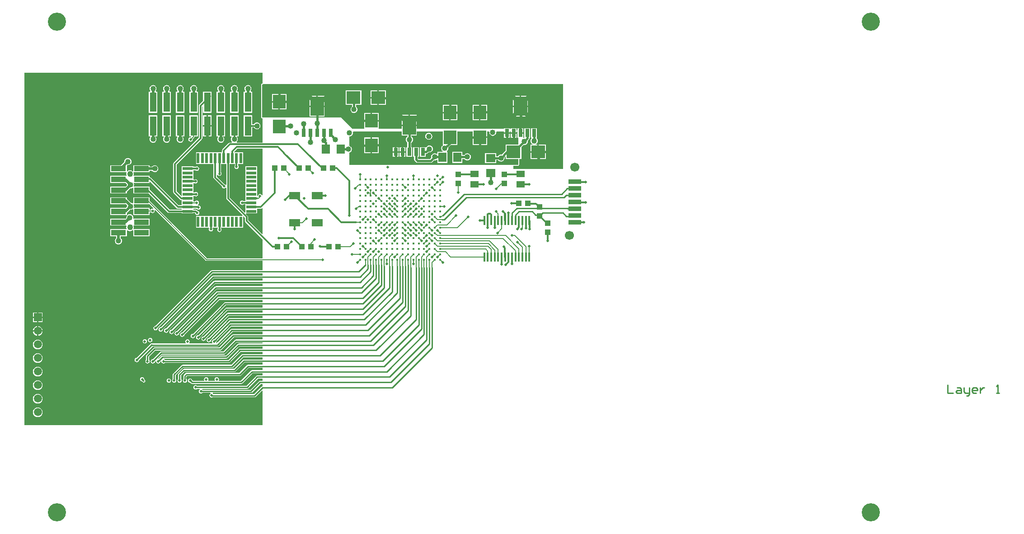
<source format=gtl>
%FSLAX24Y24*%
%MOIN*%
G70*
G01*
G75*
G04 Layer_Physical_Order=1*
G04 Layer_Color=255*
%ADD10R,0.0394X0.0433*%
%ADD11C,0.0177*%
%ADD12R,0.0748X0.0197*%
%ADD13R,0.0197X0.0748*%
%ADD14R,0.0177X0.0669*%
%ADD15R,0.0177X0.0669*%
%ADD16R,0.0500X0.1449*%
%ADD17R,0.0787X0.0551*%
%ADD18R,0.1083X0.0394*%
%ADD19R,0.0945X0.0354*%
%ADD20R,0.0433X0.0394*%
%ADD21R,0.1024X0.0945*%
%ADD22R,0.0630X0.0709*%
%ADD23R,0.0945X0.1024*%
%ADD24R,0.1000X0.1400*%
%ADD25R,0.0300X0.0600*%
%ADD26R,0.0709X0.0630*%
%ADD27R,0.0630X0.0512*%
%ADD28C,0.0060*%
%ADD29C,0.0120*%
%ADD30C,0.0100*%
%ADD31C,0.0200*%
%ADD32C,0.0110*%
%ADD33C,0.0160*%
%ADD34C,0.0300*%
%ADD35R,0.0591X0.0591*%
%ADD36C,0.0591*%
%ADD37C,0.1339*%
%ADD38C,0.1339*%
%ADD39C,0.0433*%
%ADD40C,0.0669*%
%ADD41C,0.0200*%
%ADD42C,0.0400*%
G36*
X32185Y50254D02*
Y48368D01*
X32139Y48349D01*
X31126Y49362D01*
Y49606D01*
X31117Y49653D01*
X31090Y49693D01*
X30963Y49821D01*
X30982Y49867D01*
X31777D01*
Y50182D01*
Y50218D01*
X32033D01*
X32080Y50227D01*
X32120Y50254D01*
X32139Y50273D01*
X32185Y50254D01*
D02*
G37*
G36*
X25853Y50254D02*
X25893Y50227D01*
X25939Y50218D01*
X25939D01*
D01*
X26223D01*
Y50182D01*
Y50148D01*
X25321D01*
X23838Y51630D01*
Y51844D01*
X22716D01*
X22688Y51886D01*
X22694Y51901D01*
X22703Y51968D01*
X22694Y52036D01*
X22668Y52100D01*
X22677Y52118D01*
X23838D01*
Y52203D01*
X23884Y52222D01*
X25853Y50254D01*
D02*
G37*
G36*
X32185Y41352D02*
X29921D01*
X29878Y41344D01*
X29842Y41319D01*
X29842Y41319D01*
X28888Y40366D01*
X28761Y40281D01*
X28749Y40283D01*
X28732Y40314D01*
X28765Y40363D01*
X28777Y40425D01*
X28777Y40429D01*
X29869Y41522D01*
X32185D01*
Y41352D01*
D02*
G37*
G36*
Y39876D02*
X30512D01*
X30512Y39876D01*
X30469Y39867D01*
X30433Y39843D01*
X30433Y39843D01*
X29650Y39061D01*
X24992D01*
X24989Y39064D01*
X24936Y39100D01*
X24885Y39110D01*
X24890Y39160D01*
X29528D01*
X29528Y39160D01*
X29570Y39168D01*
X29607Y39192D01*
X30460Y40045D01*
X32185D01*
Y39876D01*
D02*
G37*
G36*
Y40270D02*
X30413D01*
X30413Y40270D01*
X30370Y40261D01*
X30334Y40237D01*
X30334Y40237D01*
X29481Y39384D01*
X24803D01*
X24760Y39375D01*
X24724Y39351D01*
X24724Y39351D01*
X24508Y39135D01*
X24458Y39142D01*
X24451Y39155D01*
X24751Y39455D01*
X29331D01*
X29331Y39455D01*
X29374Y39463D01*
X29410Y39488D01*
X30263Y40341D01*
X32185D01*
Y40270D01*
D02*
G37*
G36*
X50990Y55440D02*
X51033D01*
Y54932D01*
X50123D01*
Y54505D01*
X50116Y54501D01*
X50116Y54501D01*
X49821Y54206D01*
X49768Y54213D01*
X49700Y54204D01*
X49637Y54178D01*
X49583Y54137D01*
X49550Y54094D01*
X49414D01*
Y54326D01*
X48586D01*
Y53576D01*
X49414D01*
Y53808D01*
X49550D01*
X49583Y53766D01*
X49637Y53724D01*
X49700Y53698D01*
X49768Y53689D01*
X49836Y53698D01*
X49899Y53724D01*
X49954Y53766D01*
X49995Y53820D01*
X50021Y53883D01*
X50030Y53951D01*
X50023Y54005D01*
X50076Y54058D01*
X50123Y54039D01*
Y53868D01*
X51033D01*
Y53471D01*
X51033Y53471D01*
Y53458D01*
X51032Y53458D01*
X51032Y53458D01*
X51032Y53458D01*
X51030Y53455D01*
X51030Y53454D01*
X51027Y53453D01*
X51020Y53445D01*
X41417D01*
X41400Y53448D01*
X41383Y53445D01*
X38590D01*
Y54353D01*
X38639Y54373D01*
X38693Y54415D01*
X38735Y54469D01*
X38761Y54532D01*
X38770Y54600D01*
X38761Y54668D01*
X38735Y54731D01*
X38693Y54785D01*
X38639Y54827D01*
X38590Y54847D01*
Y55371D01*
Y55538D01*
X38658Y55547D01*
X38721Y55573D01*
X38775Y55615D01*
X38817Y55669D01*
X38843Y55732D01*
X38852Y55800D01*
X38843Y55868D01*
X38865Y55900D01*
X42440D01*
Y55609D01*
X42869D01*
Y55533D01*
X42826Y55500D01*
X42785Y55446D01*
X42758Y55383D01*
X42750Y55315D01*
X42758Y55247D01*
X42785Y55184D01*
X42826Y55130D01*
X42857Y55106D01*
Y54760D01*
X42790D01*
Y54040D01*
X43210D01*
Y54760D01*
X43143D01*
Y55088D01*
X43143Y55088D01*
X43197Y55130D01*
X43239Y55184D01*
X43265Y55247D01*
X43274Y55315D01*
X43265Y55383D01*
X43239Y55446D01*
X43197Y55500D01*
X43155Y55533D01*
Y55609D01*
X43560D01*
Y55900D01*
X45468D01*
Y54923D01*
X45468D01*
X45468Y54886D01*
X45435Y54861D01*
X45393Y54806D01*
X45367Y54743D01*
X45358Y54675D01*
X45367Y54607D01*
X45393Y54544D01*
X45435Y54490D01*
X45471Y54462D01*
X45455Y54414D01*
X45074D01*
Y54272D01*
X45029Y54250D01*
X45013Y54263D01*
X44950Y54289D01*
X44882Y54298D01*
X44814Y54289D01*
X44751Y54263D01*
X44696Y54221D01*
X44655Y54167D01*
X44629Y54103D01*
X44620Y54035D01*
X44627Y53982D01*
X44527Y53883D01*
X43661D01*
X43643Y53902D01*
Y54040D01*
X43710D01*
Y54760D01*
X43290D01*
Y54040D01*
X43357D01*
Y53843D01*
X43357Y53843D01*
X43368Y53788D01*
X43399Y53742D01*
X43501Y53639D01*
X43501Y53639D01*
X43529Y53621D01*
X43548Y53608D01*
X43602Y53597D01*
X43602Y53597D01*
X44587D01*
X44587Y53597D01*
X44641Y53608D01*
X44688Y53639D01*
X44829Y53780D01*
X44882Y53773D01*
X44950Y53782D01*
X45013Y53808D01*
X45029Y53821D01*
X45074Y53798D01*
Y53586D01*
X45824D01*
Y54414D01*
X45785D01*
X45769Y54462D01*
X45806Y54490D01*
X45847Y54544D01*
X45873Y54607D01*
X45882Y54675D01*
X45875Y54729D01*
X46066Y54919D01*
X46066Y54919D01*
X46068Y54923D01*
X46532D01*
Y55900D01*
X47668D01*
Y55544D01*
X48732D01*
Y55900D01*
X48869D01*
X48902Y55862D01*
X48901Y55856D01*
X48910Y55788D01*
X48936Y55725D01*
X48978Y55671D01*
X49032Y55629D01*
X49096Y55603D01*
X49163Y55594D01*
X49231Y55603D01*
X49295Y55629D01*
X49349Y55671D01*
X49391Y55725D01*
X49417Y55788D01*
X49426Y55856D01*
X49425Y55862D01*
X49458Y55900D01*
X49990D01*
Y55850D01*
X50410D01*
Y55900D01*
X50490D01*
Y55850D01*
X50910D01*
Y55900D01*
X50990D01*
Y55440D01*
D02*
G37*
G36*
X54331Y53150D02*
X50724D01*
X50689Y53185D01*
X50690Y53380D01*
X51020D01*
X51023Y53381D01*
X51025Y53380D01*
X51045Y53390D01*
X51066Y53399D01*
X51067Y53401D01*
X51070Y53403D01*
X51074Y53408D01*
X51076Y53409D01*
X51076Y53409D01*
X51078Y53412D01*
X51079Y53413D01*
X51084Y53423D01*
X51090Y53429D01*
X51090Y53430D01*
X51093Y53432D01*
X51093Y53446D01*
X51093Y53446D01*
X51093Y53446D01*
Y53447D01*
X51098Y53458D01*
Y53471D01*
X51098Y53471D01*
Y53868D01*
X51266D01*
Y54755D01*
X51423Y54912D01*
X51476Y54905D01*
X51544Y54914D01*
X51607Y54940D01*
X51662Y54982D01*
X51703Y55036D01*
X51730Y55099D01*
X51739Y55167D01*
X51732Y55221D01*
X51823Y55312D01*
X51823Y55312D01*
X51842Y55340D01*
X51854Y55359D01*
X51865Y55413D01*
Y55440D01*
X51910D01*
Y56160D01*
X51490D01*
Y55533D01*
X51480Y55456D01*
X51433Y55439D01*
X51410Y55459D01*
Y55750D01*
X51200D01*
Y55800D01*
X51150D01*
Y56160D01*
X50990D01*
Y55965D01*
X50910D01*
Y56160D01*
X50490D01*
Y56100D01*
X50410D01*
Y56160D01*
X49990D01*
Y56100D01*
X43560D01*
Y56318D01*
X42440D01*
Y56100D01*
X40732D01*
Y56100D01*
Y56134D01*
X40732Y56135D01*
X40732D01*
D01*
Y56135D01*
X40732D01*
D01*
Y56656D01*
X39668D01*
Y56135D01*
X39668Y56135D01*
X39668D01*
X39668Y56134D01*
X39634Y56100D01*
X38800D01*
X37943Y56939D01*
X32162D01*
X32162Y56939D01*
X32149D01*
X32149Y56939D01*
X32148Y56942D01*
X32147Y56942D01*
X32137Y56961D01*
X32137Y56961D01*
X32137Y56961D01*
D01*
D01*
X32137Y56961D01*
X32136Y56962D01*
Y56965D01*
X32136Y56965D01*
Y59375D01*
X32136Y59375D01*
X32139Y59376D01*
X32148Y59385D01*
X32149Y59388D01*
X32149Y59388D01*
X32149Y59388D01*
X32172D01*
X32184Y59393D01*
X32197D01*
X32210Y59398D01*
X32211Y59400D01*
X54331D01*
Y53150D01*
D02*
G37*
G36*
X32185Y51222D02*
X32137Y51208D01*
X32104Y51258D01*
X32051Y51293D01*
X31988Y51306D01*
X31926Y51293D01*
X31873Y51258D01*
X31837Y51205D01*
X31826Y51149D01*
X31777Y51154D01*
Y51442D01*
Y51757D01*
Y52071D01*
Y52386D01*
Y52701D01*
Y53016D01*
Y53333D01*
X30909D01*
Y53016D01*
Y52701D01*
Y52386D01*
Y52071D01*
Y51757D01*
Y51442D01*
Y51127D01*
Y50812D01*
Y50777D01*
X30780D01*
X30737Y50806D01*
X30675Y50818D01*
X30612Y50806D01*
X30559Y50770D01*
X30524Y50718D01*
X30512Y50655D01*
X30524Y50593D01*
X30559Y50540D01*
X30612Y50504D01*
X30675Y50492D01*
X30737Y50504D01*
X30780Y50533D01*
X30909D01*
Y50497D01*
Y50182D01*
Y49940D01*
X30862Y49921D01*
X29752Y51031D01*
Y53509D01*
X30137D01*
Y53408D01*
X30109Y53366D01*
X30097Y53303D01*
X30109Y53241D01*
X30144Y53188D01*
X30197Y53152D01*
X30260Y53140D01*
X30322Y53152D01*
X30375Y53188D01*
X30411Y53241D01*
X30423Y53303D01*
X30411Y53366D01*
X30382Y53408D01*
Y53509D01*
X30733D01*
Y54377D01*
X30107D01*
X30088Y54423D01*
X30316Y54651D01*
X32185D01*
Y51222D01*
D02*
G37*
G36*
X24128Y50250D02*
X24105Y50206D01*
X24066Y50214D01*
X24004Y50201D01*
X23951Y50166D01*
X23935Y50142D01*
X23838D01*
Y50269D01*
X22716D01*
X22688Y50311D01*
X22694Y50326D01*
X22703Y50394D01*
X22694Y50462D01*
X22668Y50525D01*
X22677Y50543D01*
X23835D01*
X24128Y50250D01*
D02*
G37*
G36*
X29508Y51979D02*
X29460Y51965D01*
X29446Y51985D01*
X29393Y52021D01*
X29343Y52031D01*
X28807Y52566D01*
Y52705D01*
X28855Y52720D01*
X28885Y52676D01*
X28938Y52641D01*
X29000Y52628D01*
X29062Y52641D01*
X29115Y52676D01*
X29151Y52729D01*
X29163Y52791D01*
X29151Y52854D01*
X29122Y52896D01*
Y53509D01*
X29508D01*
Y51979D01*
D02*
G37*
G36*
X32185Y37514D02*
X31988D01*
X31988Y37514D01*
X31945Y37505D01*
X31909Y37481D01*
X31909Y37481D01*
X31280Y36852D01*
X27750D01*
X27721Y36892D01*
X27730Y36923D01*
X31031D01*
X31031Y36923D01*
X31074Y36932D01*
X31111Y36956D01*
X31838Y37683D01*
X32185D01*
Y37514D01*
D02*
G37*
G36*
Y37120D02*
X32142Y37111D01*
X32106Y37087D01*
X32106Y37087D01*
X31548Y36529D01*
X28553D01*
X28533Y36560D01*
X28503Y36580D01*
X28517Y36628D01*
X31327D01*
X31327Y36628D01*
X31370Y36637D01*
X31406Y36661D01*
X32035Y37289D01*
X32185D01*
Y37120D01*
D02*
G37*
G36*
Y59458D02*
X32185D01*
X32172Y59453D01*
X32149D01*
X32137Y59448D01*
X32124Y59448D01*
X32124Y59448D01*
X32115Y59439D01*
X32103Y59434D01*
D01*
X32103Y59434D01*
X32103Y59434D01*
X32102Y59431D01*
X32093Y59422D01*
X32093Y59422D01*
X32090Y59421D01*
X32085Y59409D01*
X32085Y59409D01*
X32076Y59400D01*
Y59400D01*
X32076Y59400D01*
X32076Y59400D01*
Y59387D01*
X32071Y59375D01*
Y56965D01*
X32071Y56965D01*
Y56952D01*
X32076Y56940D01*
Y56940D01*
X32076Y56940D01*
X32076Y56927D01*
X32076Y56927D01*
X32085Y56918D01*
X32090Y56906D01*
D01*
X32090Y56906D01*
X32090Y56906D01*
X32093Y56905D01*
X32102Y56896D01*
X32102Y56896D01*
X32103Y56893D01*
X32103Y56893D01*
X32115Y56888D01*
X32124Y56879D01*
X32137Y56879D01*
X32149Y56874D01*
X32149D01*
D01*
X32185D01*
Y55093D01*
X30292D01*
X30276Y55140D01*
X30285Y55148D01*
X30327Y55202D01*
X30353Y55265D01*
X30362Y55333D01*
X30353Y55401D01*
X30327Y55464D01*
X30285Y55518D01*
X30293Y55542D01*
X30410D01*
Y57110D01*
X29790D01*
Y55542D01*
X29876D01*
X29898Y55497D01*
X29873Y55464D01*
X29847Y55401D01*
X29838Y55333D01*
X29847Y55265D01*
X29873Y55202D01*
X29915Y55148D01*
X29924Y55140D01*
X29908Y55093D01*
X29774D01*
D01*
X29774D01*
X29727Y55084D01*
X29687Y55057D01*
X29228Y54598D01*
X29202Y54559D01*
X29193Y54512D01*
Y54377D01*
X27267D01*
Y53509D01*
X28563D01*
Y52516D01*
X28572Y52469D01*
X28599Y52429D01*
X29170Y51858D01*
X29180Y51808D01*
X29215Y51755D01*
X29268Y51719D01*
X29331Y51707D01*
X29393Y51719D01*
X29446Y51755D01*
X29460Y51775D01*
X29508Y51761D01*
Y50980D01*
X29517Y50933D01*
X29543Y50894D01*
X30700Y49738D01*
X30680Y49692D01*
X27381D01*
X27376Y49741D01*
X27376Y49741D01*
Y49741D01*
X27425Y49751D01*
X27478Y49786D01*
X27513Y49839D01*
X27525Y49902D01*
X27513Y49964D01*
X27478Y50017D01*
X27425Y50052D01*
X27375Y50062D01*
X27325Y50112D01*
X27285Y50138D01*
X27239Y50148D01*
X27091D01*
Y50182D01*
Y50218D01*
X27320D01*
X27345Y50180D01*
X27398Y50145D01*
X27461Y50132D01*
X27523Y50145D01*
X27576Y50180D01*
X27611Y50233D01*
X27624Y50295D01*
X27611Y50358D01*
X27576Y50411D01*
X27523Y50446D01*
X27461Y50458D01*
X27448Y50456D01*
X27416Y50462D01*
X27414D01*
X27400Y50510D01*
X27444Y50540D01*
X27479Y50593D01*
X27491Y50655D01*
X27479Y50718D01*
X27444Y50770D01*
X27391Y50806D01*
X27328Y50818D01*
X27266Y50806D01*
X27213Y50770D01*
X27197Y50747D01*
X27091D01*
Y50812D01*
Y51127D01*
Y51157D01*
X27159D01*
X27201Y51129D01*
X27264Y51116D01*
X27326Y51129D01*
X27379Y51164D01*
X27415Y51217D01*
X27427Y51280D01*
X27415Y51342D01*
X27379Y51395D01*
X27326Y51430D01*
X27264Y51443D01*
X27201Y51430D01*
X27159Y51402D01*
X27091D01*
Y51442D01*
Y51757D01*
Y52071D01*
Y52077D01*
X27136Y52101D01*
X27167Y52079D01*
X27230Y52067D01*
X27292Y52079D01*
X27345Y52115D01*
X27381Y52167D01*
X27393Y52230D01*
X27381Y52292D01*
X27345Y52345D01*
X27292Y52381D01*
X27230Y52393D01*
X27167Y52381D01*
X27136Y52359D01*
X27091Y52383D01*
Y52386D01*
Y52701D01*
Y53016D01*
Y53052D01*
X27232D01*
X27275Y53024D01*
X27337Y53012D01*
X27399Y53024D01*
X27452Y53059D01*
X27488Y53112D01*
X27500Y53175D01*
X27488Y53237D01*
X27452Y53290D01*
X27399Y53326D01*
X27337Y53338D01*
X27275Y53326D01*
X27232Y53297D01*
X27091D01*
Y53333D01*
X26223D01*
Y53016D01*
Y52701D01*
Y52386D01*
Y52071D01*
Y51757D01*
Y51442D01*
Y51180D01*
X26177Y51161D01*
X25833Y51506D01*
Y53465D01*
X27695Y55327D01*
X27721Y55367D01*
X27731Y55413D01*
Y57731D01*
X27772Y57759D01*
X27790Y57752D01*
Y57290D01*
X28410D01*
Y58450D01*
X28410Y58450D01*
X28420Y58497D01*
X28410Y58544D01*
X28410Y58544D01*
Y58858D01*
X27790D01*
Y58163D01*
X27522Y57895D01*
X27495Y57855D01*
X27486Y57808D01*
Y55464D01*
X25624Y53602D01*
X25597Y53562D01*
X25588Y53516D01*
Y51455D01*
X25597Y51408D01*
X25624Y51368D01*
X26109Y50884D01*
X26148Y50857D01*
X26195Y50848D01*
X26223D01*
Y50812D01*
Y50497D01*
Y50462D01*
X25990D01*
X23953Y52499D01*
X23914Y52526D01*
X23867Y52535D01*
X23838D01*
Y52632D01*
X22688D01*
X22660Y52673D01*
X22669Y52696D01*
X22679Y52769D01*
X22669Y52841D01*
X22660Y52864D01*
X22688Y52905D01*
X23838D01*
Y52999D01*
X24029D01*
X24046Y52977D01*
X24101Y52935D01*
X24164Y52909D01*
X24232Y52900D01*
X24300Y52909D01*
X24363Y52935D01*
X24417Y52977D01*
X24459Y53031D01*
X24485Y53094D01*
X24494Y53162D01*
X24485Y53230D01*
X24459Y53293D01*
X24417Y53348D01*
X24363Y53389D01*
X24300Y53416D01*
X24232Y53424D01*
X24164Y53416D01*
X24101Y53389D01*
X24046Y53348D01*
X24029Y53325D01*
X23838D01*
Y53419D01*
X22635D01*
Y52993D01*
X22590Y52971D01*
X22539Y53010D01*
X22472Y53038D01*
X22400Y53047D01*
X22328Y53038D01*
X22261Y53010D01*
X22210Y52971D01*
X22165Y52993D01*
Y53381D01*
X22216Y53432D01*
X22244Y53429D01*
X22312Y53438D01*
X22375Y53464D01*
X22430Y53506D01*
X22471Y53560D01*
X22497Y53623D01*
X22506Y53691D01*
X22497Y53759D01*
X22471Y53822D01*
X22430Y53876D01*
X22375Y53918D01*
X22312Y53944D01*
X22244Y53953D01*
X22176Y53944D01*
X22113Y53918D01*
X22059Y53876D01*
X22017Y53822D01*
X21991Y53759D01*
X21982Y53691D01*
X21986Y53663D01*
X21741Y53419D01*
X20962D01*
Y52905D01*
X22112D01*
X22140Y52864D01*
X22131Y52841D01*
X22121Y52769D01*
X22131Y52696D01*
X22140Y52673D01*
X22112Y52632D01*
X20962D01*
Y52118D01*
X22061D01*
X22182Y51996D01*
X22179Y51968D01*
X22182Y51941D01*
X22086Y51844D01*
X20962D01*
Y51331D01*
X22165D01*
Y51463D01*
X22168Y51467D01*
X22175Y51472D01*
X22413Y51710D01*
X22441Y51706D01*
X22509Y51715D01*
X22572Y51741D01*
X22590Y51755D01*
X22635Y51733D01*
Y51331D01*
X23792D01*
X25184Y49939D01*
X25207Y49923D01*
X25223Y49912D01*
X25270Y49903D01*
X26223D01*
Y49867D01*
X27091D01*
Y49903D01*
X27188D01*
X27202Y49889D01*
X27211Y49839D01*
X27247Y49786D01*
X27300Y49751D01*
X27348Y49741D01*
X27343Y49692D01*
X27267D01*
Y48823D01*
X28209D01*
X28233Y48779D01*
X28219Y48759D01*
X28207Y48697D01*
X28219Y48634D01*
X28255Y48582D01*
X28308Y48546D01*
X28370Y48534D01*
X28433Y48546D01*
X28485Y48582D01*
X28521Y48634D01*
X28533Y48697D01*
X28521Y48759D01*
X28492Y48802D01*
Y48823D01*
X28878D01*
Y48762D01*
X28849Y48720D01*
X28837Y48657D01*
X28849Y48595D01*
X28885Y48542D01*
X28938Y48507D01*
X29000Y48494D01*
X29062Y48507D01*
X29115Y48542D01*
X29151Y48595D01*
X29163Y48657D01*
X29151Y48720D01*
X29122Y48762D01*
Y48823D01*
X30733D01*
Y49639D01*
X30779Y49658D01*
X30882Y49556D01*
Y49311D01*
X30891Y49264D01*
X30917Y49225D01*
X32185Y47957D01*
Y46548D01*
X28089D01*
X23838Y50800D01*
Y51057D01*
X22635D01*
Y50629D01*
X22590Y50607D01*
X22572Y50621D01*
X22509Y50647D01*
X22461Y50653D01*
X22199Y50915D01*
X22165Y50938D01*
Y51057D01*
X20962D01*
Y50543D01*
X22110D01*
X22189Y50464D01*
X22188Y50462D01*
X22179Y50394D01*
X22182Y50366D01*
X22086Y50269D01*
X20962D01*
Y49756D01*
X22150D01*
D01*
X22160Y49756D01*
X22166Y49743D01*
X22167Y49742D01*
D01*
X22173Y49730D01*
D01*
X22182Y49711D01*
X22165Y49688D01*
X22138Y49625D01*
X22129Y49557D01*
X22133Y49529D01*
X22086Y49482D01*
X20962D01*
Y48968D01*
X22112D01*
X22140Y48927D01*
X22131Y48904D01*
X22121Y48832D01*
X22131Y48759D01*
X22140Y48736D01*
X22112Y48695D01*
X20962D01*
Y48181D01*
X21392D01*
Y48037D01*
X21370Y48020D01*
X21328Y47966D01*
X21302Y47903D01*
X21293Y47835D01*
X21302Y47767D01*
X21328Y47704D01*
X21370Y47649D01*
X21424Y47608D01*
X21487Y47581D01*
X21555Y47572D01*
X21623Y47581D01*
X21686Y47608D01*
X21741Y47649D01*
X21782Y47704D01*
X21808Y47767D01*
X21817Y47835D01*
X21808Y47903D01*
X21782Y47966D01*
X21741Y48020D01*
X21718Y48037D01*
Y48181D01*
X22165D01*
Y48607D01*
X22210Y48629D01*
X22261Y48590D01*
X22328Y48562D01*
X22400Y48553D01*
X22472Y48562D01*
X22539Y48590D01*
X22590Y48629D01*
X22635Y48607D01*
Y48181D01*
X23838D01*
Y48695D01*
X22688D01*
X22660Y48736D01*
X22669Y48759D01*
X22679Y48832D01*
X22669Y48904D01*
X22660Y48927D01*
X22688Y48968D01*
X23838D01*
Y49482D01*
X22682D01*
X22649Y49520D01*
X22654Y49557D01*
X22645Y49625D01*
X22619Y49688D01*
X22577Y49743D01*
X22523Y49784D01*
X22460Y49810D01*
X22392Y49819D01*
X22324Y49810D01*
X22261Y49784D01*
X22210Y49745D01*
X22191Y49754D01*
D01*
X22171Y49770D01*
D01*
X22165Y49774D01*
Y49887D01*
X22413Y50135D01*
X22441Y50131D01*
X22509Y50140D01*
X22572Y50167D01*
X22590Y50181D01*
X22635Y50159D01*
Y49756D01*
X23838D01*
Y49959D01*
X23935D01*
X23951Y49935D01*
X24004Y49900D01*
X24066Y49887D01*
X24129Y49900D01*
X24181Y49935D01*
X24217Y49988D01*
X24229Y50050D01*
X24222Y50089D01*
X24266Y50112D01*
X27986Y46392D01*
X28016Y46372D01*
X28051Y46365D01*
X32185D01*
Y45683D01*
X28445D01*
X28445Y45683D01*
X28402Y45674D01*
X28366Y45650D01*
X28366Y45650D01*
X24287Y41572D01*
X24283Y41573D01*
X24221Y41560D01*
X24168Y41525D01*
X24133Y41472D01*
X24120Y41409D01*
X24133Y41347D01*
X24168Y41294D01*
X24221Y41259D01*
X24283Y41246D01*
X24346Y41259D01*
X24399Y41294D01*
X24434Y41347D01*
X24447Y41409D01*
X24446Y41413D01*
X28491Y45459D01*
X32185D01*
Y45289D01*
X28543D01*
X28543Y45289D01*
X28500Y45281D01*
X28464Y45256D01*
X28464Y45256D01*
X24681Y41473D01*
X24677Y41474D01*
X24615Y41462D01*
X24562Y41426D01*
X24526Y41373D01*
X24514Y41311D01*
X24526Y41249D01*
X24562Y41196D01*
X24615Y41160D01*
X24677Y41148D01*
X24740Y41160D01*
X24793Y41196D01*
X24828Y41249D01*
X24840Y41311D01*
X24840Y41315D01*
X28590Y45065D01*
X32185D01*
Y44896D01*
X28642D01*
X28642Y44896D01*
X28599Y44887D01*
X28562Y44863D01*
X28562Y44863D01*
X25075Y41375D01*
X25071Y41376D01*
X25008Y41363D01*
X24956Y41328D01*
X24920Y41275D01*
X24908Y41213D01*
X24920Y41150D01*
X24956Y41097D01*
X25008Y41062D01*
X25071Y41049D01*
X25133Y41062D01*
X25186Y41097D01*
X25222Y41150D01*
X25234Y41213D01*
X25233Y41216D01*
X28688Y44671D01*
X32185D01*
Y44502D01*
X28740D01*
X28740Y44502D01*
X28697Y44493D01*
X28661Y44469D01*
X28661Y44469D01*
X25468Y41277D01*
X25465Y41277D01*
X25402Y41265D01*
X25349Y41230D01*
X25314Y41177D01*
X25301Y41114D01*
X25314Y41052D01*
X25349Y40999D01*
X25402Y40963D01*
X25465Y40951D01*
X25527Y40963D01*
X25580Y40999D01*
X25615Y41052D01*
X25628Y41114D01*
X25627Y41118D01*
X28787Y44278D01*
X32185D01*
Y44108D01*
X28839D01*
X28839Y44108D01*
X28796Y44100D01*
X28759Y44075D01*
X28759Y44075D01*
X25862Y41178D01*
X25858Y41179D01*
X25796Y41167D01*
X25743Y41131D01*
X25708Y41078D01*
X25695Y41016D01*
X25708Y40953D01*
X25743Y40900D01*
X25796Y40865D01*
X25858Y40853D01*
X25921Y40865D01*
X25974Y40900D01*
X26009Y40953D01*
X26021Y41016D01*
X26021Y41020D01*
X28885Y43884D01*
X32185D01*
Y43715D01*
X28937D01*
X28894Y43706D01*
X28858Y43682D01*
X28858Y43682D01*
X26256Y41080D01*
X26252Y41080D01*
X26190Y41068D01*
X26137Y41033D01*
X26101Y40980D01*
X26089Y40917D01*
X26101Y40855D01*
X26137Y40802D01*
X26190Y40767D01*
X26252Y40754D01*
X26314Y40767D01*
X26367Y40802D01*
X26403Y40855D01*
X26415Y40917D01*
X26414Y40921D01*
X28983Y43490D01*
X32185D01*
Y43321D01*
X29429D01*
X29429Y43321D01*
X29386Y43312D01*
X29350Y43288D01*
X27043Y40981D01*
X27039Y40982D01*
X26977Y40970D01*
X26924Y40934D01*
X26889Y40881D01*
X26876Y40819D01*
X26889Y40757D01*
X26924Y40704D01*
X26977Y40668D01*
X27039Y40656D01*
X27102Y40668D01*
X27155Y40704D01*
X27190Y40757D01*
X27203Y40819D01*
X27202Y40823D01*
X29476Y43097D01*
X32185D01*
Y42927D01*
X29528D01*
X29528Y42927D01*
X29485Y42919D01*
X29448Y42894D01*
X29448Y42894D01*
X27437Y40883D01*
X27433Y40884D01*
X27371Y40871D01*
X27318Y40836D01*
X27282Y40783D01*
X27270Y40721D01*
X27282Y40658D01*
X27318Y40605D01*
X27371Y40570D01*
X27433Y40557D01*
X27496Y40570D01*
X27548Y40605D01*
X27584Y40658D01*
X27596Y40721D01*
X27595Y40724D01*
X29574Y42703D01*
X32185D01*
Y42533D01*
X29626D01*
X29626Y42533D01*
X29583Y42525D01*
X29547Y42501D01*
X29547Y42501D01*
X27831Y40784D01*
X27827Y40785D01*
X27764Y40773D01*
X27711Y40737D01*
X27676Y40685D01*
X27664Y40622D01*
X27676Y40560D01*
X27711Y40507D01*
X27764Y40471D01*
X27827Y40459D01*
X27889Y40471D01*
X27942Y40507D01*
X27978Y40560D01*
X27990Y40622D01*
X27989Y40626D01*
X29672Y42309D01*
X32185D01*
Y42140D01*
X29724D01*
X29724Y42140D01*
X29681Y42131D01*
X29645Y42107D01*
X29645Y42107D01*
X28224Y40686D01*
X28221Y40687D01*
X28158Y40674D01*
X28105Y40639D01*
X28070Y40586D01*
X28057Y40524D01*
X28070Y40461D01*
X28105Y40408D01*
X28158Y40373D01*
X28221Y40361D01*
X28283Y40373D01*
X28336Y40408D01*
X28371Y40461D01*
X28384Y40524D01*
X28383Y40527D01*
X29771Y41915D01*
X32185D01*
Y41746D01*
X29823D01*
X29823Y41746D01*
X29780Y41737D01*
X29744Y41713D01*
X29744Y41713D01*
X28618Y40588D01*
X28614Y40588D01*
X28552Y40576D01*
X28499Y40541D01*
X28463Y40488D01*
X28451Y40425D01*
X28463Y40363D01*
X28496Y40314D01*
X28476Y40275D01*
X28472Y40270D01*
X26788D01*
X26784Y40275D01*
X26764Y40314D01*
X26796Y40363D01*
X26809Y40425D01*
X26796Y40488D01*
X26761Y40541D01*
X26708Y40576D01*
X26646Y40588D01*
X26583Y40576D01*
X26530Y40541D01*
X26495Y40488D01*
X26483Y40425D01*
X26495Y40363D01*
X26528Y40314D01*
X26507Y40275D01*
X26503Y40270D01*
X24064D01*
X24063Y40271D01*
X24016Y40280D01*
X23969Y40271D01*
X23929Y40244D01*
X22893Y39208D01*
X22843Y39198D01*
X22790Y39163D01*
X22755Y39110D01*
X22742Y39047D01*
X22755Y38985D01*
X22790Y38932D01*
X22843Y38897D01*
X22906Y38884D01*
X22968Y38897D01*
X23021Y38932D01*
X23056Y38985D01*
X23066Y39035D01*
X24077Y40045D01*
X28839D01*
X28839Y40045D01*
X28881Y40054D01*
X28918Y40078D01*
X29968Y41128D01*
X32185D01*
Y40959D01*
X30020D01*
X30020Y40959D01*
X29977Y40950D01*
X29940Y40926D01*
X29940Y40926D01*
X28989Y39974D01*
X24213D01*
X24213Y39974D01*
X24170Y39966D01*
X24133Y39942D01*
X24133Y39942D01*
X23614Y39422D01*
X23589Y39385D01*
X23581Y39343D01*
X23581Y39343D01*
Y39066D01*
X23578Y39064D01*
X23542Y39011D01*
X23530Y38949D01*
X23542Y38886D01*
X23578Y38833D01*
X23631Y38798D01*
X23693Y38786D01*
X23755Y38798D01*
X23808Y38833D01*
X23844Y38886D01*
X23856Y38949D01*
X23844Y39011D01*
X23808Y39064D01*
X23805Y39066D01*
Y39296D01*
X24259Y39750D01*
X29035D01*
X29035Y39750D01*
X29078Y39759D01*
X29115Y39783D01*
X30066Y40734D01*
X32185D01*
Y40565D01*
X30217D01*
X30217Y40565D01*
X30174Y40556D01*
X30137Y40532D01*
X30137Y40532D01*
X29284Y39679D01*
X24705D01*
X24705Y39679D01*
X24662Y39671D01*
X24625Y39646D01*
X24625Y39646D01*
X24090Y39111D01*
X24087Y39112D01*
X24024Y39100D01*
X23971Y39064D01*
X23936Y39011D01*
X23924Y38949D01*
X23936Y38886D01*
X23971Y38833D01*
X24024Y38798D01*
X24087Y38786D01*
X24149Y38798D01*
X24202Y38833D01*
X24237Y38886D01*
X24249Y38946D01*
X24260Y38951D01*
X24307Y38960D01*
X24318Y38954D01*
X24317Y38949D01*
X24330Y38886D01*
X24365Y38833D01*
X24418Y38798D01*
X24480Y38786D01*
X24543Y38798D01*
X24596Y38833D01*
X24631Y38886D01*
X24643Y38946D01*
X24654Y38951D01*
X24701Y38960D01*
X24712Y38954D01*
X24711Y38949D01*
X24723Y38886D01*
X24759Y38833D01*
X24812Y38798D01*
X24874Y38786D01*
X24936Y38798D01*
X24989Y38833D01*
X24992Y38837D01*
X29697D01*
X29697Y38837D01*
X29740Y38845D01*
X29776Y38870D01*
X30558Y39652D01*
X32185D01*
Y39482D01*
X30709D01*
X30709Y39482D01*
X30666Y39474D01*
X30629Y39449D01*
X30629Y39449D01*
X29875Y38695D01*
X26280D01*
X26237Y38686D01*
X26200Y38662D01*
X26200Y38662D01*
X25582Y38044D01*
X25558Y38008D01*
X25549Y37965D01*
X25549Y37965D01*
Y37645D01*
X25546Y37643D01*
X25511Y37590D01*
X25498Y37528D01*
X25511Y37465D01*
X25546Y37412D01*
X25599Y37377D01*
X25661Y37364D01*
X25724Y37377D01*
X25777Y37412D01*
X25812Y37465D01*
X25825Y37528D01*
X25812Y37590D01*
X25777Y37643D01*
X25774Y37645D01*
Y37918D01*
X26326Y38471D01*
X29921D01*
X29921Y38471D01*
X29964Y38479D01*
X30001Y38503D01*
X30755Y39258D01*
X32185D01*
Y39089D01*
X30807D01*
X30764Y39080D01*
X30728Y39056D01*
X30728Y39056D01*
X30072Y38400D01*
X26378D01*
X26335Y38391D01*
X26299Y38367D01*
X26299Y38367D01*
X25976Y38044D01*
X25952Y38008D01*
X25943Y37965D01*
X25943Y37965D01*
Y37645D01*
X25940Y37643D01*
X25904Y37590D01*
X25892Y37528D01*
X25904Y37465D01*
X25940Y37412D01*
X25993Y37377D01*
X26055Y37364D01*
X26118Y37377D01*
X26170Y37412D01*
X26206Y37465D01*
X26218Y37528D01*
X26206Y37590D01*
X26170Y37643D01*
X26167Y37645D01*
Y37918D01*
X26424Y38175D01*
X30118D01*
X30118Y38175D01*
X30161Y38184D01*
X30197Y38208D01*
X30854Y38864D01*
X32185D01*
Y38695D01*
X31102D01*
X31059Y38686D01*
X31023Y38662D01*
X31023Y38662D01*
X30465Y38104D01*
X26575D01*
X26575Y38104D01*
X26532Y38096D01*
X26495Y38071D01*
X26370Y37945D01*
X26345Y37909D01*
X26337Y37866D01*
X26337Y37866D01*
Y37645D01*
X26333Y37643D01*
X26298Y37590D01*
X26286Y37528D01*
X26298Y37465D01*
X26333Y37412D01*
X26386Y37377D01*
X26449Y37364D01*
X26511Y37377D01*
X26564Y37412D01*
X26600Y37465D01*
X26612Y37528D01*
X26600Y37590D01*
X26564Y37643D01*
X26561Y37645D01*
Y37820D01*
X26621Y37880D01*
X30512D01*
X30512Y37880D01*
X30555Y37889D01*
X30591Y37913D01*
X31149Y38471D01*
X32185D01*
Y38301D01*
X31398D01*
X31355Y38293D01*
X31318Y38268D01*
X31318Y38268D01*
X30564Y37514D01*
X28982D01*
X28958Y37558D01*
X28962Y37564D01*
X28974Y37626D01*
X28962Y37688D01*
X28926Y37741D01*
X28873Y37777D01*
X28811Y37789D01*
X28749Y37777D01*
X28696Y37741D01*
X28660Y37688D01*
X28648Y37626D01*
X28660Y37564D01*
X28664Y37558D01*
X28641Y37514D01*
X28194D01*
X28171Y37558D01*
X28174Y37564D01*
X28187Y37626D01*
X28174Y37688D01*
X28139Y37741D01*
X28086Y37777D01*
X28024Y37789D01*
X27961Y37777D01*
X27908Y37741D01*
X27873Y37688D01*
X27861Y37626D01*
X27873Y37564D01*
X27877Y37558D01*
X27853Y37514D01*
X27075D01*
X27006Y37528D01*
X26993Y37590D01*
X26958Y37643D01*
X26905Y37678D01*
X26843Y37691D01*
X26780Y37678D01*
X26727Y37643D01*
X26692Y37590D01*
X26679Y37528D01*
X26692Y37465D01*
X26727Y37412D01*
X26780Y37377D01*
X26843Y37364D01*
X26846Y37365D01*
X26889Y37322D01*
X26926Y37298D01*
X26969Y37289D01*
X26969Y37289D01*
X30610D01*
X30610Y37289D01*
X30653Y37298D01*
X30690Y37322D01*
X31444Y38077D01*
X32185D01*
Y37907D01*
X31791D01*
X31791Y37907D01*
X31748Y37899D01*
X31712Y37875D01*
X31712Y37875D01*
X30985Y37148D01*
X27354D01*
X27352Y37151D01*
X27299Y37186D01*
X27236Y37199D01*
X27174Y37186D01*
X27121Y37151D01*
X27086Y37098D01*
X27073Y37035D01*
X27086Y36973D01*
X27121Y36920D01*
X27174Y36885D01*
X27236Y36872D01*
X27299Y36885D01*
X27352Y36920D01*
X27354Y36923D01*
X27530D01*
X27544Y36875D01*
X27515Y36855D01*
X27479Y36803D01*
X27467Y36740D01*
X27479Y36678D01*
X27515Y36625D01*
X27568Y36589D01*
X27630Y36577D01*
X27692Y36589D01*
X27745Y36625D01*
X27747Y36628D01*
X28317D01*
X28332Y36580D01*
X28302Y36560D01*
X28267Y36507D01*
X28254Y36445D01*
X28267Y36382D01*
X28302Y36330D01*
X28355Y36294D01*
X28417Y36282D01*
X28480Y36294D01*
X28496Y36305D01*
X31594D01*
X31594Y36305D01*
X31637Y36314D01*
X31674Y36338D01*
X32139Y36803D01*
X32185Y36784D01*
Y34252D01*
X14612D01*
Y60236D01*
X32185D01*
Y59458D01*
D02*
G37*
%LPC*%
G36*
X41950Y54760D02*
X41790D01*
Y54450D01*
X41950D01*
Y54760D01*
D02*
G37*
G36*
X40732Y54844D02*
X40250D01*
Y54323D01*
X40732D01*
Y54844D01*
D02*
G37*
G36*
X42450Y54760D02*
X42290D01*
Y54450D01*
X42450D01*
Y54760D01*
D02*
G37*
G36*
X42210D02*
X42050D01*
Y54450D01*
X42210D01*
Y54760D01*
D02*
G37*
G36*
X40150Y54844D02*
X39668D01*
Y54323D01*
X40150D01*
Y54844D01*
D02*
G37*
G36*
X42450Y54350D02*
X42290D01*
Y54040D01*
X42450D01*
Y54350D01*
D02*
G37*
G36*
X42710D02*
X42550D01*
Y54040D01*
X42710D01*
Y54350D01*
D02*
G37*
G36*
X41950D02*
X41790D01*
Y54040D01*
X41950D01*
Y54350D01*
D02*
G37*
G36*
X42210D02*
X42050D01*
Y54040D01*
X42210D01*
Y54350D01*
D02*
G37*
G36*
X48732Y55444D02*
X48250D01*
Y54923D01*
X48732D01*
Y55444D01*
D02*
G37*
G36*
X48150D02*
X47668D01*
Y54923D01*
X48150D01*
Y55444D01*
D02*
G37*
G36*
X40150Y55466D02*
X39668D01*
Y54944D01*
X40150D01*
Y55466D01*
D02*
G37*
G36*
X24410Y57110D02*
X23790D01*
Y55542D01*
X23878D01*
X23900Y55497D01*
X23873Y55462D01*
X23847Y55399D01*
X23838Y55331D01*
X23847Y55263D01*
X23873Y55200D01*
X23915Y55145D01*
X23969Y55104D01*
X24032Y55077D01*
X24100Y55068D01*
X24168Y55077D01*
X24231Y55104D01*
X24285Y55145D01*
X24327Y55200D01*
X24353Y55263D01*
X24362Y55331D01*
X24353Y55399D01*
X24327Y55462D01*
X24285Y55516D01*
X24263Y55533D01*
Y55542D01*
X24410D01*
Y57110D01*
D02*
G37*
G36*
X40732Y55466D02*
X40250D01*
Y54944D01*
X40732D01*
Y55466D01*
D02*
G37*
G36*
X42710Y54760D02*
X42550D01*
Y54450D01*
X42710D01*
Y54760D01*
D02*
G37*
G36*
X15600Y35558D02*
X15507Y35546D01*
X15421Y35510D01*
X15347Y35453D01*
X15290Y35379D01*
X15254Y35293D01*
X15242Y35200D01*
X15254Y35107D01*
X15290Y35021D01*
X15347Y34947D01*
X15421Y34890D01*
X15507Y34854D01*
X15600Y34842D01*
X15693Y34854D01*
X15779Y34890D01*
X15853Y34947D01*
X15910Y35021D01*
X15946Y35107D01*
X15958Y35200D01*
X15946Y35293D01*
X15910Y35379D01*
X15853Y35453D01*
X15779Y35510D01*
X15693Y35546D01*
X15600Y35558D01*
D02*
G37*
G36*
X52410Y56160D02*
X51990D01*
Y55440D01*
X52000D01*
X52005Y55433D01*
X52024Y55395D01*
X51987Y55348D01*
X51961Y55284D01*
X51952Y55217D01*
X51961Y55149D01*
X51987Y55085D01*
X52029Y55031D01*
X52083Y54989D01*
X52103Y54981D01*
X52093Y54932D01*
X51934D01*
Y54450D01*
X52456D01*
Y54932D01*
X52336D01*
X52327Y54981D01*
X52346Y54989D01*
X52400Y55031D01*
X52442Y55085D01*
X52468Y55149D01*
X52477Y55217D01*
X52468Y55284D01*
X52442Y55348D01*
X52400Y55402D01*
X52357Y55435D01*
Y55440D01*
X52410D01*
Y56160D01*
D02*
G37*
G36*
X44488Y54888D02*
X44420Y54879D01*
X44357Y54853D01*
X44303Y54811D01*
X44261Y54757D01*
X44235Y54694D01*
X44210Y54760D01*
Y54760D01*
X43790D01*
Y54040D01*
X44210D01*
Y54257D01*
X44262D01*
X44262Y54257D01*
X44317Y54268D01*
X44363Y54299D01*
X44435Y54371D01*
X44488Y54364D01*
X44556Y54373D01*
X44619Y54399D01*
X44674Y54441D01*
X44715Y54495D01*
X44742Y54558D01*
X44750Y54626D01*
X44742Y54694D01*
X44715Y54757D01*
X44674Y54811D01*
X44619Y54853D01*
X44556Y54879D01*
X44488Y54888D01*
D02*
G37*
G36*
X53077Y54932D02*
X52556D01*
Y54450D01*
X53077D01*
Y54932D01*
D02*
G37*
G36*
X15952Y41150D02*
X15650D01*
Y40848D01*
X15693Y40854D01*
X15779Y40890D01*
X15853Y40947D01*
X15910Y41021D01*
X15946Y41107D01*
X15952Y41150D01*
D02*
G37*
G36*
X15550D02*
X15248D01*
X15254Y41107D01*
X15290Y41021D01*
X15347Y40947D01*
X15421Y40890D01*
X15507Y40854D01*
X15550Y40848D01*
Y41150D01*
D02*
G37*
G36*
Y41552D02*
X15507Y41546D01*
X15421Y41510D01*
X15347Y41453D01*
X15290Y41379D01*
X15254Y41293D01*
X15248Y41250D01*
X15550D01*
Y41552D01*
D02*
G37*
G36*
Y42150D02*
X15245D01*
Y41845D01*
X15550D01*
Y42150D01*
D02*
G37*
G36*
X15650Y41552D02*
Y41250D01*
X15952D01*
X15946Y41293D01*
X15910Y41379D01*
X15853Y41453D01*
X15779Y41510D01*
X15693Y41546D01*
X15650Y41552D01*
D02*
G37*
G36*
X15600Y39558D02*
X15507Y39546D01*
X15421Y39510D01*
X15347Y39453D01*
X15290Y39379D01*
X15254Y39293D01*
X15242Y39200D01*
X15254Y39107D01*
X15290Y39021D01*
X15347Y38947D01*
X15421Y38890D01*
X15507Y38854D01*
X15600Y38842D01*
X15693Y38854D01*
X15779Y38890D01*
X15853Y38947D01*
X15910Y39021D01*
X15946Y39107D01*
X15958Y39200D01*
X15946Y39293D01*
X15910Y39379D01*
X15853Y39453D01*
X15779Y39510D01*
X15693Y39546D01*
X15600Y39558D01*
D02*
G37*
G36*
Y40558D02*
X15507Y40546D01*
X15421Y40510D01*
X15347Y40453D01*
X15290Y40379D01*
X15254Y40293D01*
X15242Y40200D01*
X15254Y40107D01*
X15290Y40021D01*
X15347Y39947D01*
X15421Y39890D01*
X15507Y39854D01*
X15600Y39842D01*
X15693Y39854D01*
X15779Y39890D01*
X15853Y39947D01*
X15910Y40021D01*
X15946Y40107D01*
X15958Y40200D01*
X15946Y40293D01*
X15910Y40379D01*
X15853Y40453D01*
X15779Y40510D01*
X15693Y40546D01*
X15600Y40558D01*
D02*
G37*
G36*
X23496Y40588D02*
X23434Y40576D01*
X23381Y40541D01*
X23345Y40488D01*
X23333Y40425D01*
X23345Y40363D01*
X23381Y40310D01*
X23434Y40275D01*
X23496Y40262D01*
X23559Y40275D01*
X23611Y40310D01*
X23647Y40363D01*
X23659Y40425D01*
X23647Y40488D01*
X23611Y40541D01*
X23559Y40576D01*
X23496Y40588D01*
D02*
G37*
G36*
X23890Y40687D02*
X23827Y40674D01*
X23774Y40639D01*
X23739Y40586D01*
X23727Y40524D01*
X23739Y40461D01*
X23774Y40408D01*
X23827Y40373D01*
X23890Y40361D01*
X23952Y40373D01*
X24005Y40408D01*
X24041Y40461D01*
X24053Y40524D01*
X24041Y40586D01*
X24005Y40639D01*
X23952Y40674D01*
X23890Y40687D01*
D02*
G37*
G36*
X15600Y38558D02*
X15507Y38546D01*
X15421Y38510D01*
X15347Y38453D01*
X15290Y38379D01*
X15254Y38293D01*
X15242Y38200D01*
X15254Y38107D01*
X15290Y38021D01*
X15347Y37947D01*
X15421Y37890D01*
X15507Y37854D01*
X15600Y37842D01*
X15693Y37854D01*
X15779Y37890D01*
X15853Y37947D01*
X15910Y38021D01*
X15946Y38107D01*
X15958Y38200D01*
X15946Y38293D01*
X15910Y38379D01*
X15853Y38453D01*
X15779Y38510D01*
X15693Y38546D01*
X15600Y38558D01*
D02*
G37*
G36*
Y36558D02*
X15507Y36546D01*
X15421Y36510D01*
X15347Y36453D01*
X15290Y36379D01*
X15254Y36293D01*
X15242Y36200D01*
X15254Y36107D01*
X15290Y36021D01*
X15347Y35947D01*
X15421Y35890D01*
X15507Y35854D01*
X15600Y35842D01*
X15693Y35854D01*
X15779Y35890D01*
X15853Y35947D01*
X15910Y36021D01*
X15946Y36107D01*
X15958Y36200D01*
X15946Y36293D01*
X15910Y36379D01*
X15853Y36453D01*
X15779Y36510D01*
X15693Y36546D01*
X15600Y36558D01*
D02*
G37*
G36*
Y37558D02*
X15507Y37546D01*
X15421Y37510D01*
X15347Y37453D01*
X15290Y37379D01*
X15254Y37293D01*
X15242Y37200D01*
X15254Y37107D01*
X15290Y37021D01*
X15347Y36947D01*
X15421Y36890D01*
X15507Y36854D01*
X15600Y36842D01*
X15693Y36854D01*
X15779Y36890D01*
X15853Y36947D01*
X15910Y37021D01*
X15946Y37107D01*
X15958Y37200D01*
X15946Y37293D01*
X15910Y37379D01*
X15853Y37453D01*
X15779Y37510D01*
X15693Y37546D01*
X15600Y37558D01*
D02*
G37*
G36*
X46926Y54414D02*
X46176D01*
Y53586D01*
X46926D01*
Y53893D01*
X47075D01*
X47108Y53850D01*
X47162Y53808D01*
X47225Y53782D01*
X47293Y53773D01*
X47361Y53782D01*
X47424Y53808D01*
X47479Y53850D01*
X47520Y53904D01*
X47547Y53968D01*
X47556Y54035D01*
X47547Y54103D01*
X47520Y54167D01*
X47479Y54221D01*
X47424Y54263D01*
X47361Y54289D01*
X47293Y54298D01*
X47225Y54289D01*
X47162Y54263D01*
X47108Y54221D01*
X47075Y54178D01*
X46926D01*
Y54414D01*
D02*
G37*
G36*
X53077Y54350D02*
X52556D01*
Y53868D01*
X53077D01*
Y54350D01*
D02*
G37*
G36*
X52456D02*
X51934D01*
Y53868D01*
X52456D01*
Y54350D01*
D02*
G37*
G36*
X15550Y42555D02*
X15245D01*
Y42250D01*
X15550D01*
Y42555D01*
D02*
G37*
G36*
X15955Y42150D02*
X15650D01*
Y41845D01*
X15955D01*
Y42150D01*
D02*
G37*
G36*
Y42555D02*
X15650D01*
Y42250D01*
X15955D01*
Y42555D01*
D02*
G37*
G36*
X25268Y37691D02*
X25205Y37678D01*
X25152Y37643D01*
X25117Y37590D01*
X25105Y37528D01*
X25117Y37465D01*
X25152Y37412D01*
X25205Y37377D01*
X25268Y37364D01*
X25330Y37377D01*
X25383Y37412D01*
X25418Y37465D01*
X25431Y37528D01*
X25418Y37590D01*
X25383Y37643D01*
X25330Y37678D01*
X25268Y37691D01*
D02*
G37*
G36*
X23299Y37789D02*
X23237Y37777D01*
X23184Y37741D01*
X23149Y37688D01*
X23136Y37626D01*
X23149Y37564D01*
X23184Y37511D01*
X23237Y37475D01*
X23299Y37463D01*
X23303Y37464D01*
X23346Y37421D01*
X23382Y37396D01*
X23425Y37388D01*
X23468Y37396D01*
X23505Y37421D01*
X23529Y37457D01*
X23537Y37500D01*
X23529Y37543D01*
X23505Y37579D01*
X23462Y37622D01*
X23462Y37626D01*
X23450Y37688D01*
X23415Y37741D01*
X23362Y37777D01*
X23299Y37789D01*
D02*
G37*
G36*
X25410Y57110D02*
X24790D01*
Y55542D01*
X24878D01*
X24900Y55497D01*
X24873Y55462D01*
X24847Y55399D01*
X24838Y55331D01*
X24847Y55263D01*
X24873Y55200D01*
X24915Y55145D01*
X24969Y55104D01*
X25032Y55077D01*
X25100Y55068D01*
X25168Y55077D01*
X25231Y55104D01*
X25285Y55145D01*
X25327Y55200D01*
X25353Y55263D01*
X25362Y55331D01*
X25353Y55399D01*
X25327Y55462D01*
X25285Y55516D01*
X25263Y55533D01*
Y55542D01*
X25410D01*
Y57110D01*
D02*
G37*
G36*
X31100Y59332D02*
X31032Y59323D01*
X30969Y59296D01*
X30915Y59255D01*
X30873Y59200D01*
X30847Y59137D01*
X30838Y59069D01*
X30847Y59001D01*
X30873Y58938D01*
X30900Y58903D01*
X30878Y58858D01*
X30790D01*
Y57290D01*
X31410D01*
Y58858D01*
X31322D01*
X31300Y58903D01*
X31327Y58938D01*
X31353Y59001D01*
X31362Y59069D01*
X31353Y59137D01*
X31327Y59200D01*
X31285Y59255D01*
X31231Y59296D01*
X31168Y59323D01*
X31100Y59332D01*
D02*
G37*
G36*
X30100D02*
X30032Y59323D01*
X29969Y59296D01*
X29915Y59255D01*
X29873Y59200D01*
X29847Y59137D01*
X29838Y59069D01*
X29847Y59001D01*
X29873Y58938D01*
X29900Y58903D01*
X29878Y58858D01*
X29790D01*
Y57290D01*
X30410D01*
Y58858D01*
X30322D01*
X30300Y58903D01*
X30327Y58938D01*
X30353Y59001D01*
X30362Y59069D01*
X30353Y59137D01*
X30327Y59200D01*
X30285Y59255D01*
X30231Y59296D01*
X30168Y59323D01*
X30100Y59332D01*
D02*
G37*
G36*
X29100D02*
X29032Y59323D01*
X28969Y59296D01*
X28915Y59255D01*
X28873Y59200D01*
X28847Y59137D01*
X28838Y59069D01*
X28847Y59001D01*
X28873Y58938D01*
X28900Y58903D01*
X28878Y58858D01*
X28790D01*
Y57290D01*
X29410D01*
Y58858D01*
X29322D01*
X29300Y58903D01*
X29327Y58938D01*
X29353Y59001D01*
X29362Y59069D01*
X29353Y59137D01*
X29327Y59200D01*
X29285Y59255D01*
X29231Y59296D01*
X29168Y59323D01*
X29100Y59332D01*
D02*
G37*
G36*
X48150Y57877D02*
X47668D01*
Y57356D01*
X48150D01*
Y57877D01*
D02*
G37*
G36*
X46532D02*
X46050D01*
Y57356D01*
X46532D01*
Y57877D01*
D02*
G37*
G36*
X45950D02*
X45468D01*
Y57356D01*
X45950D01*
Y57877D01*
D02*
G37*
G36*
X24100Y59332D02*
X24032Y59323D01*
X23969Y59296D01*
X23915Y59255D01*
X23873Y59200D01*
X23847Y59137D01*
X23838Y59069D01*
X23847Y59001D01*
X23873Y58938D01*
X23900Y58903D01*
X23878Y58858D01*
X23790D01*
Y57290D01*
X24410D01*
Y58858D01*
X24322D01*
X24300Y58903D01*
X24327Y58938D01*
X24353Y59001D01*
X24362Y59069D01*
X24353Y59137D01*
X24327Y59200D01*
X24285Y59255D01*
X24231Y59296D01*
X24168Y59323D01*
X24100Y59332D01*
D02*
G37*
G36*
X39466Y58932D02*
X38323D01*
Y57868D01*
X38784D01*
Y57748D01*
X38742Y57715D01*
X38700Y57661D01*
X38674Y57597D01*
X38665Y57530D01*
X38674Y57462D01*
X38700Y57398D01*
X38742Y57344D01*
X38796Y57302D01*
X38859Y57276D01*
X38927Y57267D01*
X38995Y57276D01*
X39058Y57302D01*
X39113Y57344D01*
X39154Y57398D01*
X39180Y57462D01*
X39189Y57530D01*
X39180Y57597D01*
X39154Y57661D01*
X39113Y57715D01*
X39070Y57748D01*
Y57868D01*
X39466D01*
Y58932D01*
D02*
G37*
G36*
X51760Y57719D02*
X51250D01*
Y57009D01*
X51760D01*
Y57719D01*
D02*
G37*
G36*
X27100Y59332D02*
X27032Y59323D01*
X26969Y59296D01*
X26915Y59255D01*
X26873Y59200D01*
X26847Y59137D01*
X26838Y59069D01*
X26847Y59001D01*
X26873Y58938D01*
X26900Y58903D01*
X26878Y58858D01*
X26790D01*
Y57290D01*
X27410D01*
Y58858D01*
X27322D01*
X27300Y58903D01*
X27327Y58938D01*
X27353Y59001D01*
X27362Y59069D01*
X27353Y59137D01*
X27327Y59200D01*
X27285Y59255D01*
X27231Y59296D01*
X27168Y59323D01*
X27100Y59332D01*
D02*
G37*
G36*
X26100D02*
X26032Y59323D01*
X25969Y59296D01*
X25915Y59255D01*
X25873Y59200D01*
X25847Y59137D01*
X25838Y59069D01*
X25847Y59001D01*
X25873Y58938D01*
X25900Y58903D01*
X25878Y58858D01*
X25790D01*
Y57290D01*
X26410D01*
Y58858D01*
X26322D01*
X26300Y58903D01*
X26327Y58938D01*
X26353Y59001D01*
X26362Y59069D01*
X26353Y59137D01*
X26327Y59200D01*
X26285Y59255D01*
X26231Y59296D01*
X26168Y59323D01*
X26100Y59332D01*
D02*
G37*
G36*
X25100D02*
X25032Y59323D01*
X24969Y59296D01*
X24915Y59255D01*
X24873Y59200D01*
X24847Y59137D01*
X24838Y59069D01*
X24847Y59001D01*
X24873Y58938D01*
X24900Y58903D01*
X24878Y58858D01*
X24790D01*
Y57290D01*
X25410D01*
Y58858D01*
X25322D01*
X25300Y58903D01*
X25327Y58938D01*
X25353Y59001D01*
X25362Y59069D01*
X25353Y59137D01*
X25327Y59200D01*
X25285Y59255D01*
X25231Y59296D01*
X25168Y59323D01*
X25100Y59332D01*
D02*
G37*
G36*
X48732Y57877D02*
X48250D01*
Y57356D01*
X48732D01*
Y57877D01*
D02*
G37*
G36*
X33350Y58677D02*
X32868D01*
Y58156D01*
X33350D01*
Y58677D01*
D02*
G37*
G36*
X41277Y58350D02*
X40756D01*
Y57868D01*
X41277D01*
Y58350D01*
D02*
G37*
G36*
X40656D02*
X40134D01*
Y57868D01*
X40656D01*
Y58350D01*
D02*
G37*
G36*
X41277Y58932D02*
X40756D01*
Y58450D01*
X41277D01*
Y58932D01*
D02*
G37*
G36*
X40656D02*
X40134D01*
Y58450D01*
X40656D01*
Y58932D01*
D02*
G37*
G36*
X33932Y58677D02*
X33450D01*
Y58156D01*
X33932D01*
Y58677D01*
D02*
G37*
G36*
X36150Y58528D02*
X35640D01*
Y57818D01*
X36150D01*
Y58528D01*
D02*
G37*
G36*
X33932Y58056D02*
X33450D01*
Y57534D01*
X33932D01*
Y58056D01*
D02*
G37*
G36*
X33350D02*
X32868D01*
Y57534D01*
X33350D01*
Y58056D01*
D02*
G37*
G36*
X51760Y58528D02*
X51250D01*
Y57818D01*
X51760D01*
Y58528D01*
D02*
G37*
G36*
X51150D02*
X50640D01*
Y57818D01*
X51150D01*
Y58528D01*
D02*
G37*
G36*
X36760D02*
X36250D01*
Y57818D01*
X36760D01*
Y58528D01*
D02*
G37*
G36*
X28050Y56276D02*
X27790D01*
Y55542D01*
X28050D01*
Y56276D01*
D02*
G37*
G36*
X27410Y57110D02*
X26790D01*
Y55542D01*
X26902D01*
X26913Y55515D01*
X26881Y55476D01*
X26870Y55478D01*
X26808Y55466D01*
X26755Y55430D01*
X26719Y55377D01*
X26707Y55315D01*
X26719Y55253D01*
X26755Y55200D01*
X26808Y55164D01*
X26870Y55152D01*
X26933Y55164D01*
X26985Y55200D01*
X27021Y55253D01*
X27033Y55315D01*
X27028Y55343D01*
X27132Y55447D01*
X27152Y55477D01*
X27159Y55512D01*
Y55542D01*
X27410D01*
Y57110D01*
D02*
G37*
G36*
X50910Y55750D02*
X50750D01*
Y55440D01*
X50910D01*
Y55750D01*
D02*
G37*
G36*
X31410Y57110D02*
X30790D01*
Y55542D01*
X31410D01*
Y56204D01*
X31534D01*
X31537Y56195D01*
X31579Y56141D01*
X31633Y56099D01*
X31697Y56073D01*
X31765Y56064D01*
X31832Y56073D01*
X31896Y56099D01*
X31950Y56141D01*
X31992Y56195D01*
X32018Y56258D01*
X32027Y56326D01*
X32018Y56394D01*
X31992Y56457D01*
X31950Y56511D01*
X31896Y56553D01*
X31832Y56579D01*
X31765Y56588D01*
X31697Y56579D01*
X31633Y56553D01*
X31579Y56511D01*
X31537Y56457D01*
X31534Y56448D01*
X31410D01*
Y57110D01*
D02*
G37*
G36*
X51410Y56160D02*
X51250D01*
Y55850D01*
X51410D01*
Y56160D01*
D02*
G37*
G36*
X28410Y56276D02*
X28150D01*
Y55542D01*
X28410D01*
Y56276D01*
D02*
G37*
G36*
X44439Y55823D02*
X44371Y55814D01*
X44308Y55788D01*
X44254Y55746D01*
X44212Y55692D01*
X44186Y55629D01*
X44177Y55561D01*
X44186Y55493D01*
X44212Y55430D01*
X44254Y55376D01*
X44308Y55334D01*
X44371Y55308D01*
X44439Y55299D01*
X44507Y55308D01*
X44570Y55334D01*
X44624Y55376D01*
X44666Y55430D01*
X44692Y55493D01*
X44701Y55561D01*
X44692Y55629D01*
X44666Y55692D01*
X44624Y55746D01*
X44570Y55788D01*
X44507Y55814D01*
X44439Y55823D01*
D02*
G37*
G36*
X29410Y57110D02*
X28790D01*
Y55542D01*
X28878D01*
X28900Y55497D01*
X28873Y55462D01*
X28847Y55399D01*
X28838Y55331D01*
X28847Y55263D01*
X28873Y55200D01*
X28915Y55145D01*
X28969Y55104D01*
X29032Y55077D01*
X29100Y55068D01*
X29168Y55077D01*
X29231Y55104D01*
X29285Y55145D01*
X29327Y55200D01*
X29353Y55263D01*
X29362Y55331D01*
X29353Y55399D01*
X29327Y55462D01*
X29285Y55516D01*
X29263Y55533D01*
Y55542D01*
X29410D01*
Y57110D01*
D02*
G37*
G36*
X26410D02*
X25790D01*
Y55542D01*
X25878D01*
X25900Y55497D01*
X25873Y55462D01*
X25847Y55399D01*
X25838Y55331D01*
X25847Y55263D01*
X25873Y55200D01*
X25915Y55145D01*
X25969Y55104D01*
X26032Y55077D01*
X26100Y55068D01*
X26168Y55077D01*
X26231Y55104D01*
X26285Y55145D01*
X26327Y55200D01*
X26353Y55263D01*
X26362Y55331D01*
X26353Y55399D01*
X26327Y55462D01*
X26285Y55516D01*
X26263Y55533D01*
Y55542D01*
X26410D01*
Y57110D01*
D02*
G37*
G36*
X50650Y55750D02*
X50490D01*
Y55440D01*
X50650D01*
Y55750D01*
D02*
G37*
G36*
X50410D02*
X50250D01*
Y55440D01*
X50410D01*
Y55750D01*
D02*
G37*
G36*
X50150D02*
X49990D01*
Y55440D01*
X50150D01*
Y55750D01*
D02*
G37*
G36*
X28050Y57110D02*
X27790D01*
Y56376D01*
X28050D01*
Y57110D01*
D02*
G37*
G36*
X40732Y57277D02*
X40250D01*
Y56756D01*
X40732D01*
Y57277D01*
D02*
G37*
G36*
X40150D02*
X39668D01*
Y56756D01*
X40150D01*
Y57277D01*
D02*
G37*
G36*
X48732Y57256D02*
X48250D01*
Y56734D01*
X48732D01*
Y57256D01*
D02*
G37*
G36*
X51150Y57719D02*
X50640D01*
Y57009D01*
X51150D01*
Y57719D01*
D02*
G37*
G36*
X36760D02*
X36250D01*
Y57009D01*
X36760D01*
Y57719D01*
D02*
G37*
G36*
X36150D02*
X35640D01*
Y57009D01*
X36150D01*
Y57719D01*
D02*
G37*
G36*
X43560Y57129D02*
X43050D01*
Y56418D01*
X43560D01*
Y57129D01*
D02*
G37*
G36*
X42950D02*
X42440D01*
Y56418D01*
X42950D01*
Y57129D01*
D02*
G37*
G36*
X28410Y57110D02*
X28150D01*
Y56376D01*
X28410D01*
Y57110D01*
D02*
G37*
G36*
X48150Y57256D02*
X47668D01*
Y56734D01*
X48150D01*
Y57256D01*
D02*
G37*
G36*
X46532D02*
X46050D01*
Y56734D01*
X46532D01*
Y57256D01*
D02*
G37*
G36*
X45950D02*
X45468D01*
Y56734D01*
X45950D01*
Y57256D01*
D02*
G37*
%LPD*%
D10*
X46600Y52735D02*
D03*
Y52065D02*
D03*
X50000Y52735D02*
D03*
Y52065D02*
D03*
X53200Y48465D02*
D03*
Y49135D02*
D03*
X52600Y50335D02*
D03*
Y49665D02*
D03*
D11*
X39370Y51969D02*
D03*
X40157Y51181D02*
D03*
Y51575D02*
D03*
X39370Y46457D02*
D03*
X41339D02*
D03*
X43307D02*
D03*
X45276D02*
D03*
X39370Y46850D02*
D03*
X39764D02*
D03*
X42126D02*
D03*
X44882D02*
D03*
X45276D02*
D03*
X39370Y47244D02*
D03*
X39764D02*
D03*
X40157D02*
D03*
X40551D02*
D03*
X40945D02*
D03*
X41339D02*
D03*
X41732D02*
D03*
X42126D02*
D03*
X42520D02*
D03*
X42913D02*
D03*
X43307D02*
D03*
X43701D02*
D03*
X44094D02*
D03*
X44488D02*
D03*
X44882D02*
D03*
X45276D02*
D03*
X39370Y47638D02*
D03*
X39764D02*
D03*
X40157D02*
D03*
X40551D02*
D03*
X40945D02*
D03*
X41339D02*
D03*
X41732D02*
D03*
X42126D02*
D03*
X42520D02*
D03*
X42913D02*
D03*
X43307D02*
D03*
X43701D02*
D03*
X44094D02*
D03*
X44488D02*
D03*
X44882D02*
D03*
X45276D02*
D03*
X39370Y48032D02*
D03*
X39764D02*
D03*
X40157D02*
D03*
X40551D02*
D03*
X40945D02*
D03*
X41339D02*
D03*
X41732D02*
D03*
X42126D02*
D03*
X42520D02*
D03*
X42913D02*
D03*
X43307D02*
D03*
X43701D02*
D03*
X44094D02*
D03*
X44488D02*
D03*
X44882D02*
D03*
X45276D02*
D03*
X39370Y48425D02*
D03*
X39764D02*
D03*
X40157D02*
D03*
X40551D02*
D03*
X40945D02*
D03*
X41339D02*
D03*
X41732D02*
D03*
X42126D02*
D03*
X42520D02*
D03*
X42913D02*
D03*
X43307D02*
D03*
X43701D02*
D03*
X44094D02*
D03*
X44488D02*
D03*
X44882D02*
D03*
X45276D02*
D03*
X39370Y48819D02*
D03*
X39764D02*
D03*
X40157D02*
D03*
X40551D02*
D03*
X40945D02*
D03*
X41339D02*
D03*
X41732D02*
D03*
X42126D02*
D03*
X42520D02*
D03*
X42913D02*
D03*
X43307D02*
D03*
X43701D02*
D03*
X44094D02*
D03*
X44488D02*
D03*
X44882D02*
D03*
X45276D02*
D03*
X39370Y49213D02*
D03*
X39764D02*
D03*
X40157D02*
D03*
X40551D02*
D03*
X40945D02*
D03*
X41339D02*
D03*
X41732D02*
D03*
X42126D02*
D03*
X42520D02*
D03*
X42913D02*
D03*
X43307D02*
D03*
X43701D02*
D03*
X44094D02*
D03*
X44488D02*
D03*
X44882D02*
D03*
X45276D02*
D03*
X39370Y49606D02*
D03*
X39764D02*
D03*
X40157D02*
D03*
X40551D02*
D03*
X40945D02*
D03*
X41339D02*
D03*
X41732D02*
D03*
X42126D02*
D03*
X42520D02*
D03*
X42913D02*
D03*
X43307D02*
D03*
X43701D02*
D03*
X44094D02*
D03*
X44488D02*
D03*
X44882D02*
D03*
X45276D02*
D03*
X39370Y50000D02*
D03*
X39764D02*
D03*
X40157D02*
D03*
X40551D02*
D03*
X40945D02*
D03*
X41339D02*
D03*
X41732D02*
D03*
X42126D02*
D03*
X42520D02*
D03*
X42913D02*
D03*
X43307D02*
D03*
X43701D02*
D03*
X44094D02*
D03*
X44488D02*
D03*
X44882D02*
D03*
X45276D02*
D03*
X39370Y50394D02*
D03*
X39764D02*
D03*
X40157D02*
D03*
X40551D02*
D03*
X40945D02*
D03*
X41339D02*
D03*
X41732D02*
D03*
X42126D02*
D03*
X42520D02*
D03*
X42913D02*
D03*
X43307D02*
D03*
X43701D02*
D03*
X44094D02*
D03*
X44488D02*
D03*
X44882D02*
D03*
X45276D02*
D03*
X39370Y50787D02*
D03*
X39764D02*
D03*
X40157D02*
D03*
X40551D02*
D03*
X40945D02*
D03*
X41339D02*
D03*
X41732D02*
D03*
X42126D02*
D03*
X42520D02*
D03*
X42913D02*
D03*
X43307D02*
D03*
X43701D02*
D03*
X44094D02*
D03*
X44488D02*
D03*
X44882D02*
D03*
X45276D02*
D03*
X39370Y51181D02*
D03*
X39764D02*
D03*
X40551D02*
D03*
X40945D02*
D03*
X41339D02*
D03*
X41732D02*
D03*
X42126D02*
D03*
X42520D02*
D03*
X42913D02*
D03*
X43307D02*
D03*
X43701D02*
D03*
X44094D02*
D03*
X44488D02*
D03*
X44882D02*
D03*
X45276D02*
D03*
X39370Y51575D02*
D03*
X39764D02*
D03*
X40551D02*
D03*
X40945D02*
D03*
X41339D02*
D03*
X41732D02*
D03*
X42126D02*
D03*
X42520D02*
D03*
X42913D02*
D03*
X43307D02*
D03*
X43701D02*
D03*
X44094D02*
D03*
X44488D02*
D03*
X44882D02*
D03*
X45276D02*
D03*
X39764Y51969D02*
D03*
X40157D02*
D03*
X40551D02*
D03*
X40945D02*
D03*
X41339D02*
D03*
X41732D02*
D03*
X42126D02*
D03*
X42520D02*
D03*
X42913D02*
D03*
X43307D02*
D03*
X43701D02*
D03*
X44094D02*
D03*
X44488D02*
D03*
X44882D02*
D03*
X45276D02*
D03*
X39370Y52362D02*
D03*
X39764D02*
D03*
X40157D02*
D03*
X40551D02*
D03*
X40945D02*
D03*
X41339D02*
D03*
X41732D02*
D03*
X42126D02*
D03*
X42520D02*
D03*
X42913D02*
D03*
X43307D02*
D03*
X43701D02*
D03*
X44094D02*
D03*
X44488D02*
D03*
X44882D02*
D03*
X45276D02*
D03*
X40945Y46850D02*
D03*
X40551D02*
D03*
Y46457D02*
D03*
X40157Y46850D02*
D03*
Y46457D02*
D03*
X39764D02*
D03*
X41732Y46850D02*
D03*
X41339D02*
D03*
X40945Y46457D02*
D03*
X42126D02*
D03*
X41732D02*
D03*
X44882D02*
D03*
X44488Y46850D02*
D03*
Y46457D02*
D03*
X44094Y46850D02*
D03*
Y46457D02*
D03*
X43701Y46850D02*
D03*
Y46457D02*
D03*
X43307Y46850D02*
D03*
X42913D02*
D03*
Y46457D02*
D03*
X42520Y46850D02*
D03*
Y46457D02*
D03*
D12*
X26657Y53175D02*
D03*
Y52860D02*
D03*
Y52545D02*
D03*
Y52230D02*
D03*
Y51915D02*
D03*
Y51600D02*
D03*
Y51285D02*
D03*
Y50970D02*
D03*
Y50655D02*
D03*
Y50340D02*
D03*
Y50025D02*
D03*
X31343Y53175D02*
D03*
Y52860D02*
D03*
Y52545D02*
D03*
Y52230D02*
D03*
Y51915D02*
D03*
Y51600D02*
D03*
Y51285D02*
D03*
Y50970D02*
D03*
Y50655D02*
D03*
Y50340D02*
D03*
Y50025D02*
D03*
D13*
X27425Y49257D02*
D03*
X27740D02*
D03*
X28055D02*
D03*
X28370D02*
D03*
X28685D02*
D03*
X29000D02*
D03*
X29315D02*
D03*
X29630D02*
D03*
X29945D02*
D03*
X30260D02*
D03*
X30575D02*
D03*
X27425Y53943D02*
D03*
X27740D02*
D03*
X28055D02*
D03*
X28370D02*
D03*
X28685D02*
D03*
X29000D02*
D03*
X29315D02*
D03*
X29630D02*
D03*
X29945D02*
D03*
X30260D02*
D03*
X30575D02*
D03*
D14*
X51863Y49339D02*
D03*
D15*
X51607D02*
D03*
X51352D02*
D03*
X51096D02*
D03*
X50840D02*
D03*
X50584D02*
D03*
X50328D02*
D03*
X50072D02*
D03*
X49816D02*
D03*
X49560D02*
D03*
X49304D02*
D03*
X49048D02*
D03*
X48793D02*
D03*
X48537D02*
D03*
X51863Y46661D02*
D03*
X51607D02*
D03*
X51352D02*
D03*
X51096D02*
D03*
X50840D02*
D03*
X50584D02*
D03*
X50328D02*
D03*
X50072D02*
D03*
X49816D02*
D03*
X49560D02*
D03*
X49304D02*
D03*
X49048D02*
D03*
X48793D02*
D03*
X48537D02*
D03*
D16*
X24100Y58074D02*
D03*
Y56326D02*
D03*
X25100Y58074D02*
D03*
Y56326D02*
D03*
X26100Y58074D02*
D03*
Y56326D02*
D03*
X27100Y58074D02*
D03*
Y56326D02*
D03*
X28100Y58074D02*
D03*
Y56326D02*
D03*
X29100Y58074D02*
D03*
Y56326D02*
D03*
X30100Y58074D02*
D03*
Y56326D02*
D03*
X31100Y58074D02*
D03*
Y56326D02*
D03*
D17*
X36203Y49184D02*
D03*
Y51184D02*
D03*
X34550D02*
D03*
Y49184D02*
D03*
D18*
X23237Y48438D02*
D03*
Y49225D02*
D03*
Y50013D02*
D03*
Y50800D02*
D03*
Y51587D02*
D03*
Y52375D02*
D03*
X21563Y48438D02*
D03*
Y49225D02*
D03*
Y50013D02*
D03*
Y50800D02*
D03*
Y51587D02*
D03*
Y52375D02*
D03*
X23237Y53162D02*
D03*
X21563D02*
D03*
D19*
X55200Y52200D02*
D03*
Y51700D02*
D03*
Y51200D02*
D03*
Y50700D02*
D03*
Y50200D02*
D03*
Y49700D02*
D03*
Y49200D02*
D03*
D20*
X51065Y50600D02*
D03*
X51735D02*
D03*
X37335Y53200D02*
D03*
X36665D02*
D03*
X33935Y47400D02*
D03*
X33265D02*
D03*
X37735D02*
D03*
X37065D02*
D03*
X35065D02*
D03*
X35735D02*
D03*
X33735Y53200D02*
D03*
X33065D02*
D03*
X34865D02*
D03*
X35535D02*
D03*
D21*
X40706Y58400D02*
D03*
X38894D02*
D03*
X52506Y54400D02*
D03*
X50694D02*
D03*
D22*
X37951Y54600D02*
D03*
X36849D02*
D03*
X46551Y54000D02*
D03*
X45449D02*
D03*
D23*
X33400Y58106D02*
D03*
Y56294D02*
D03*
X46000Y57306D02*
D03*
Y55494D02*
D03*
X40200Y56706D02*
D03*
Y54894D02*
D03*
X48200Y57306D02*
D03*
Y55494D02*
D03*
D24*
X43000Y56368D02*
D03*
X51200Y57769D02*
D03*
X36200D02*
D03*
D25*
X42500Y54400D02*
D03*
X44000D02*
D03*
X42000D02*
D03*
X43500D02*
D03*
X43000D02*
D03*
X50700Y55800D02*
D03*
X52200D02*
D03*
X50200D02*
D03*
X51700D02*
D03*
X51200D02*
D03*
X36200D02*
D03*
X36700D02*
D03*
X35200D02*
D03*
X37200D02*
D03*
X35700D02*
D03*
D26*
X49000Y52849D02*
D03*
Y53951D02*
D03*
D27*
X47800Y52774D02*
D03*
Y52026D02*
D03*
X51200Y52774D02*
D03*
Y52026D02*
D03*
D28*
X40157Y51181D02*
Y51575D01*
X40000Y51400D02*
X40157Y51243D01*
X39000Y51700D02*
X39269Y51969D01*
X39370D01*
X26609Y50655D02*
X27328D01*
X23237Y50050D02*
X24066D01*
X26870Y55315D02*
X27067Y55512D01*
Y56299D01*
X41929Y50984D02*
X42126Y50787D01*
Y50787D02*
Y50787D01*
X26575Y50689D02*
X26609Y50655D01*
X34550Y49184D02*
X35109D01*
X35400Y49475D01*
X31876Y50970D02*
X31988Y51083D01*
X31343Y50970D02*
X31876D01*
X40354Y47047D02*
X40551Y47244D01*
X40551D01*
X39961Y47047D02*
X40157Y47244D01*
X37735Y47400D02*
X38640D01*
X38878Y47638D01*
X40748Y48622D02*
X40945Y48425D01*
X44685Y45866D02*
Y46260D01*
X44882Y46457D01*
X44488Y45866D02*
Y46457D01*
X44291Y45866D02*
Y46654D01*
X44488Y46850D01*
X44094Y45866D02*
Y46457D01*
X43898Y45866D02*
Y46654D01*
X44094Y46850D01*
X43701Y45866D02*
Y46457D01*
X43504Y45768D02*
Y46654D01*
X43701Y46850D01*
X43110Y45866D02*
Y46654D01*
X43307Y46850D01*
X42913Y46063D02*
Y46457D01*
X42717Y45965D02*
Y46654D01*
X42913Y46850D01*
X42520Y45965D02*
Y46457D01*
X42323Y45965D02*
Y46654D01*
X42520Y46850D01*
X42126Y45965D02*
Y46457D01*
X41732Y45965D02*
X41732Y45965D01*
Y46457D01*
X41535Y45965D02*
Y46654D01*
X41732Y46850D01*
X41142Y45965D02*
Y46654D01*
X41339Y46850D01*
X40945Y46063D02*
Y46457D01*
X40748Y46063D02*
Y46654D01*
X40945Y46850D01*
X40551Y46063D02*
Y46457D01*
X40354Y46063D02*
Y46654D01*
X40551Y46850D01*
X40157Y46063D02*
Y46457D01*
X39961Y46063D02*
Y46654D01*
X40157Y46850D01*
X39764Y46063D02*
Y46457D01*
X45353Y47235D02*
X48636D01*
X48793Y47078D01*
Y46661D02*
Y47078D01*
X49048Y46661D02*
Y47216D01*
X48821Y47443D02*
X49048Y47216D01*
X45353Y47628D02*
X48833D01*
X49304Y47157D01*
Y46661D02*
Y47157D01*
X49560Y46661D02*
Y47196D01*
X48920Y47837D02*
X49560Y47196D01*
X49916Y48022D02*
X50840Y47098D01*
X45353Y48022D02*
X49916D01*
X50840Y46661D02*
Y47098D01*
X51096Y46661D02*
Y47236D01*
X50101Y48231D02*
X51096Y47236D01*
X51352Y46661D02*
Y47374D01*
X50987Y47739D02*
X51352Y47374D01*
X44488Y48032D02*
X44685Y47835D01*
X44882Y48032D02*
X45076Y47837D01*
X48920D01*
X44882Y47638D02*
X45079Y47441D01*
X45273D01*
X45144Y47443D02*
X48821D01*
X44882Y48425D02*
X45076Y48231D01*
X50101D01*
X44488Y48819D02*
X44685Y48622D01*
X51863Y46661D02*
Y47448D01*
X51607Y46661D02*
Y47408D01*
X50787Y48228D02*
X51607Y47408D01*
X50591Y48228D02*
X50787D01*
X44488Y48425D02*
X44685Y48228D01*
X44882Y49606D02*
Y49606D01*
Y49606D02*
X45076Y49412D01*
X45276Y49606D02*
X45343D01*
X45353Y49597D01*
X34865Y53200D02*
Y53225D01*
X40551Y49213D02*
Y49213D01*
X40354Y49409D02*
X40551Y49213D01*
X40945Y48425D02*
X40945D01*
X39075Y49213D02*
X39370D01*
X38780Y46850D02*
X39370D01*
X44291Y47047D02*
X44488Y47244D01*
X44094Y48032D02*
X44291Y48228D01*
X49508Y48425D02*
X49816Y48733D01*
Y49339D01*
X49560D02*
Y49849D01*
X49409Y50000D02*
X49560Y49849D01*
X44094Y48819D02*
X44291Y49016D01*
X44094Y48819D02*
Y48819D01*
X45276Y46850D02*
X45276D01*
Y46457D02*
X45472Y46260D01*
X44882Y46850D02*
X44882D01*
X44685Y46654D02*
X44882Y46850D01*
X45669Y47047D02*
X46055Y46661D01*
X45079Y47047D02*
X45669D01*
X44882Y47244D02*
X45079Y47047D01*
X46055Y46661D02*
X48537D01*
X44488Y47638D02*
X44488D01*
X44291Y47441D02*
X44488Y47638D01*
X35735Y47644D02*
X36024Y47933D01*
X35735Y47400D02*
Y47644D01*
X45276Y52362D02*
X45472Y52559D01*
X44882Y51968D02*
Y51969D01*
X45079Y52165D01*
Y46654D02*
X45276Y46850D01*
X23670Y50838D02*
X28051Y46457D01*
X36614D01*
X39764Y46850D02*
X39764D01*
X39567Y46654D02*
X39764Y46850D01*
X39370Y46457D02*
X39370D01*
X39173Y46260D02*
X39370Y46457D01*
X42126Y46850D02*
X42126D01*
X41929Y46654D02*
X42126Y46850D01*
X43307Y46161D02*
Y46457D01*
X41339Y46161D02*
Y46457D01*
X45276Y51968D02*
X45472Y52165D01*
X34154Y52756D02*
Y52781D01*
X33735Y53200D02*
X34154Y52781D01*
X35535Y53200D02*
X35880Y52854D01*
X44882Y51575D02*
X44882D01*
X44685Y51772D02*
X44882Y51575D01*
X43307Y52362D02*
Y52657D01*
X43307Y52657D02*
X43307Y52657D01*
X41339Y52362D02*
Y52657D01*
X39370Y52362D02*
Y52756D01*
X39764Y51968D02*
X39961Y51772D01*
X45276Y48819D02*
X46555D01*
X47343Y49606D01*
X49409Y51673D02*
X49802Y52065D01*
X46600Y51423D02*
Y52065D01*
X45768Y49016D02*
X46457Y49705D01*
X45079Y49016D02*
X45768D01*
X44882Y48819D02*
X45079Y49016D01*
X44882Y49213D02*
X44882D01*
X44685Y49409D02*
X44882Y49213D01*
X45276Y50394D02*
X45571D01*
X45276Y48425D02*
X45276D01*
X45079Y48622D02*
X45276Y48425D01*
X39370D02*
Y48425D01*
X39173Y48622D02*
X39370Y48425D01*
X39272Y50394D02*
X39370D01*
X39075Y50197D02*
X39272Y50394D01*
X42520Y50787D02*
Y50787D01*
X42717Y50984D01*
X42520Y50394D02*
Y50394D01*
X42717Y50591D01*
X42913Y50394D02*
Y50394D01*
X43110Y50591D01*
X43307Y50394D02*
Y50394D01*
X43504Y50591D01*
X42913Y50000D02*
Y50000D01*
X43110Y50197D01*
X42520Y50000D02*
Y50000D01*
X42717Y50197D01*
X42520Y49606D02*
Y49606D01*
X42717Y49803D01*
X42913Y49606D02*
Y49606D01*
X43110Y49803D01*
X43307Y49606D02*
Y49606D01*
X43504Y49803D01*
X43307Y50000D02*
Y50000D01*
X43504Y50197D01*
X43701Y49606D02*
Y49606D01*
X43898Y49803D01*
X43701Y50787D02*
Y50787D01*
X43898Y50984D01*
X44094Y51181D02*
Y51181D01*
X44291Y51378D01*
X42520Y49213D02*
Y49213D01*
Y49213D02*
X42717Y49016D01*
X42913Y49213D02*
Y49213D01*
Y49213D02*
X43110Y49016D01*
X43307Y49213D02*
Y49213D01*
Y49213D02*
X43504Y49016D01*
X43701Y49213D02*
Y49213D01*
Y49213D02*
X43898Y49016D01*
X43307Y48819D02*
Y48819D01*
Y48819D02*
X43504Y48622D01*
X42913Y48819D02*
Y48819D01*
Y48819D02*
X43110Y48622D01*
X42520Y48819D02*
Y48819D01*
Y48819D02*
X42717Y48622D01*
X42520Y48425D02*
Y48425D01*
Y48425D02*
X42717Y48228D01*
X42913Y48425D02*
Y48425D01*
Y48425D02*
X43110Y48228D01*
X43307Y48425D02*
Y48425D01*
Y48425D02*
X43504Y48228D01*
X42520Y48032D02*
X42717Y47835D01*
X43701Y48032D02*
X43898Y47835D01*
X44094Y47638D02*
Y47638D01*
X44291Y47835D01*
X43701Y48819D02*
Y48819D01*
Y48819D02*
X43898Y48622D01*
X51352Y48793D02*
Y49339D01*
X51280Y48720D02*
X51352Y48793D01*
X47800Y52756D02*
X47835D01*
X41929Y50591D02*
X42126Y50394D01*
X41929Y50591D02*
X41929D01*
X42126Y50000D02*
X42126D01*
X41929Y50197D02*
X42126Y50000D01*
X41929Y49803D02*
X42126Y49606D01*
X41535Y49803D02*
X41732Y49606D01*
X41339Y50000D02*
X41339D01*
X41142Y50197D02*
X41339Y50000D01*
Y50394D02*
X41339D01*
X41142Y50591D02*
X41339Y50394D01*
X41732Y50000D02*
X41732D01*
X41535Y50197D02*
X41732Y50000D01*
Y50394D02*
X41732D01*
X41535Y50591D02*
X41732Y50394D01*
X40945Y50787D02*
X40945D01*
X40748Y50984D02*
X40945Y50787D01*
X40354Y51378D02*
X40551Y51181D01*
X40748Y49803D02*
X40945Y49606D01*
X41142Y49803D02*
X41339Y49606D01*
X42126Y49213D02*
X42126D01*
X41929Y49016D02*
X42126Y49213D01*
X41732D02*
X41732D01*
X41535Y49016D02*
X41732Y49213D01*
X41339D02*
X41339D01*
X41142Y49016D02*
X41339Y49213D01*
X40945D02*
X40945D01*
X40748Y49016D02*
X40945Y49213D01*
X42126Y48819D02*
X42126D01*
X41929Y48622D02*
X42126Y48819D01*
X41732D02*
X41732D01*
X41535Y48622D02*
X41732Y48819D01*
X41339D02*
X41339D01*
X41142Y48622D02*
X41339Y48819D01*
Y48425D02*
X41339D01*
X41142Y48228D02*
X41339Y48425D01*
X41732D02*
X41732D01*
X41535Y48228D02*
X41732Y48425D01*
X42126D02*
X42126D01*
X41929Y48228D02*
X42126Y48425D01*
X42126Y48032D02*
X42126D01*
X41929Y47835D02*
X42126Y48032D01*
X40945D02*
X40945D01*
X40748Y47835D02*
X40945Y48032D01*
X40551Y47638D02*
Y47638D01*
X40354Y47835D02*
X40551Y47638D01*
X39764Y47244D02*
Y47244D01*
X39567Y47441D02*
X39764Y47244D01*
X33935Y47400D02*
Y47419D01*
X34301Y47785D01*
X39567Y49409D02*
X39764Y49606D01*
X50593Y49215D02*
Y49339D01*
X50840D02*
Y49409D01*
X55020Y51200D02*
X55200D01*
X45076Y49412D02*
X45423D01*
X45353Y49597D02*
X45467Y49711D01*
X42520Y51968D02*
X42717Y51772D01*
X42717D02*
X42717D01*
D29*
X50059Y46661D02*
Y47311D01*
X48793Y48819D02*
Y49803D01*
X49970Y47399D02*
X50059Y47311D01*
X49803Y46100D02*
Y46651D01*
X50128Y46081D02*
X50315Y46268D01*
Y46632D01*
X50584Y46143D02*
Y46661D01*
X48793Y49803D02*
X48839Y49849D01*
X48976D01*
X49048Y49777D01*
Y49339D02*
Y49777D01*
X49304Y48813D02*
Y49339D01*
X22906Y39047D02*
X24016Y40157D01*
X30100Y55333D02*
Y56326D01*
X29315Y54512D02*
X29774Y54970D01*
X29774D02*
X34793D01*
X35428Y54335D02*
X36564Y53200D01*
X34793Y54970D02*
X35428Y54335D01*
X30266Y54774D02*
X33317D01*
X33747Y54318D02*
X34865Y53200D01*
X29945Y54453D02*
X30266Y54774D01*
X33317D02*
X33760Y54331D01*
X29945Y53943D02*
Y54453D01*
X31100Y56326D02*
X31765D01*
X27608Y57808D02*
X28297Y58497D01*
X27608Y55413D02*
Y57808D01*
X25710Y51455D02*
Y53516D01*
X27608Y55413D01*
X22787Y52413D02*
X23867D01*
X25939Y50340D01*
X22787Y51625D02*
X23670D01*
X25270Y50025D01*
X26195Y50970D02*
X26657D01*
X25710Y51455D02*
X26195Y50970D01*
X33065Y51372D02*
Y53200D01*
X31343Y50340D02*
X32033D01*
X33065Y51372D01*
X32915Y47400D02*
X33265D01*
X31004Y49311D02*
Y49606D01*
X29630Y50980D02*
X31004Y49606D01*
X29630Y50980D02*
Y53943D01*
X31004Y49311D02*
X32915Y47400D01*
X29315Y53943D02*
Y54512D01*
X29000Y52791D02*
Y53943D01*
X28685Y52516D02*
X29331Y51870D01*
X28685Y52516D02*
Y53943D01*
X34550Y51184D02*
X35537Y50197D01*
X37008D01*
X37992Y49213D01*
X39075D01*
X34157Y51184D02*
X34550D01*
X33858Y50886D02*
X34157Y51184D01*
X26657Y53175D02*
X27337D01*
X37335Y53200D02*
X37646D01*
X38583Y52264D01*
Y49705D02*
Y52264D01*
X34449Y48032D02*
X35039Y47441D01*
X33366Y48032D02*
X34449D01*
X27416Y50340D02*
X27461Y50295D01*
X25939Y50340D02*
X27416D01*
X27239Y50025D02*
X27362Y49902D01*
X36458Y47400D02*
X37065D01*
X25270Y50025D02*
X27239D01*
X55200Y49200D02*
X55893D01*
X55118Y50689D02*
X56004D01*
X55217Y52165D02*
X56004D01*
X29000Y48657D02*
Y49257D01*
X28370Y48697D02*
Y49257D01*
X26673Y51280D02*
X27264D01*
X26657Y52230D02*
X27230D01*
X30260Y53303D02*
Y53943D01*
X30675Y50655D02*
X31343D01*
Y50970D02*
X31777D01*
X22787Y50838D02*
X23670D01*
X51870Y48720D02*
Y49311D01*
X51607Y48786D02*
Y49339D01*
X51096Y48841D02*
Y49339D01*
X50975Y48720D02*
X51096Y48841D01*
X48201Y49339D02*
X48537D01*
X50328D02*
Y49918D01*
X50049Y49360D02*
Y49803D01*
X50072Y49339D02*
Y49830D01*
X49902Y50000D02*
X50072Y49830D01*
X36203Y51184D02*
X36808D01*
X34547Y48720D02*
Y49114D01*
X51200Y52026D02*
X51862D01*
X50021Y52756D02*
X51230D01*
X47800Y52026D02*
X48466D01*
X46621Y52756D02*
X47835D01*
X50532Y50600D02*
X51065D01*
X52344Y50591D02*
X52600Y50335D01*
X51673Y50591D02*
X52344D01*
X52600Y49665D02*
X53131Y49135D01*
X53200D01*
Y47833D02*
Y48465D01*
D30*
X23299Y37626D02*
X23425Y37500D01*
X43504Y42028D02*
Y45866D01*
X44685Y39961D02*
Y45866D01*
X32185Y37008D02*
X41732D01*
X44685Y39961D01*
X31988Y37402D02*
X41634D01*
X44488Y40256D02*
Y45866D01*
X41634Y37402D02*
X44488Y40256D01*
X31791Y37795D02*
X41535D01*
X44291Y40551D02*
Y45866D01*
X41535Y37795D02*
X44291Y40551D01*
X31398Y38189D02*
X41339D01*
X44094Y40945D02*
Y45866D01*
X41339Y38189D02*
X44094Y40945D01*
X28445Y36417D02*
X31594D01*
X32185Y37008D01*
X27630Y36740D02*
X31327D01*
X31988Y37402D01*
X27236Y37035D02*
X31031D01*
X31791Y37795D01*
X26969Y37402D02*
X30610D01*
X31398Y38189D01*
X26575Y37992D02*
X30512D01*
X43898Y41339D02*
Y45866D01*
X41142Y38583D02*
X43898Y41339D01*
X31102Y38583D02*
X41142D01*
X30512Y37992D02*
X31102Y38583D01*
X30807Y38976D02*
X41043D01*
X43701Y41634D01*
Y45866D01*
X30709Y39370D02*
X40846D01*
X43504Y42028D01*
X26378Y38287D02*
X30118D01*
X30807Y38976D01*
X28417Y36445D02*
X28445Y36417D01*
X26843Y37528D02*
X26969Y37402D01*
X26449Y37866D02*
X26575Y37992D01*
X26449Y37528D02*
Y37866D01*
X26055Y37965D02*
X26378Y38287D01*
X26055Y37528D02*
Y37965D01*
X29921Y38583D02*
X30709Y39370D01*
X26280Y38583D02*
X29921D01*
X25661Y37965D02*
X26280Y38583D01*
X25661Y37528D02*
Y37965D01*
X24874Y38949D02*
X29697D01*
X43110Y42323D02*
Y45866D01*
X40551Y39764D02*
X43110Y42323D01*
X30512Y39764D02*
X40551D01*
X29697Y38949D02*
X30512Y39764D01*
X24803Y39272D02*
X29528D01*
X42913Y42717D02*
Y46063D01*
X40354Y40157D02*
X42913Y42717D01*
X30413Y40157D02*
X40354D01*
X29528Y39272D02*
X30413Y40157D01*
X24705Y39567D02*
X29331D01*
X42717Y43012D02*
Y45965D01*
X40157Y40453D02*
X42717Y43012D01*
X30217Y40453D02*
X40157D01*
X29331Y39567D02*
X30217Y40453D01*
X24213Y39862D02*
X29035D01*
X42520Y43307D02*
Y45965D01*
X40059Y40846D02*
X42520Y43307D01*
X30020Y40846D02*
X40059D01*
X29035Y39862D02*
X30020Y40846D01*
X42323Y43602D02*
Y45965D01*
X39961Y41240D02*
X42323Y43602D01*
X29921Y41240D02*
X39961D01*
X24480Y38949D02*
X24803Y39272D01*
X24087Y38949D02*
X24705Y39567D01*
X23693Y39343D02*
X24213Y39862D01*
X23693Y38949D02*
Y39343D01*
X28839Y40157D02*
X29921Y41240D01*
X24016Y40157D02*
X28839D01*
X39764Y41634D02*
X42126Y43996D01*
Y45965D01*
X41732Y44094D02*
Y45965D01*
X41535Y44390D02*
Y45965D01*
X39567Y42421D02*
X41535Y44390D01*
X41142Y44390D02*
Y45965D01*
X40945Y44587D02*
Y46063D01*
X40748Y44783D02*
Y46063D01*
X40551Y45079D02*
Y46063D01*
X40354Y45276D02*
Y46063D01*
X40157Y45571D02*
Y46063D01*
X39961Y45768D02*
Y46063D01*
X29823Y41634D02*
X39764D01*
X29724Y42028D02*
X39665D01*
X41732Y44094D01*
X29626Y42421D02*
X39567D01*
X29528Y42815D02*
X39567D01*
X41142Y44390D01*
X29429Y43209D02*
X39567D01*
X40945Y44587D01*
X28937Y43602D02*
X39567D01*
X40748Y44783D01*
X28839Y43996D02*
X39469D01*
X40551Y45079D01*
X28740Y44390D02*
X39469D01*
X40354Y45276D01*
X28642Y44783D02*
X39370D01*
X40157Y45571D01*
X39370Y45177D02*
X39961Y45768D01*
X28543Y45177D02*
X39370D01*
X28445Y45571D02*
X39272D01*
X39764Y46063D01*
X28614Y40425D02*
X29823Y41634D01*
X28221Y40524D02*
X29724Y42028D01*
X27827Y40622D02*
X29626Y42421D01*
X27433Y40721D02*
X29528Y42815D01*
X27039Y40819D02*
X29429Y43209D01*
X26252Y40917D02*
X28937Y43602D01*
X25858Y41016D02*
X28839Y43996D01*
X25465Y41114D02*
X28740Y44390D01*
X25071Y41213D02*
X28642Y44783D01*
X24677Y41311D02*
X28543Y45177D01*
X24283Y41409D02*
X28445Y45571D01*
X82700Y37200D02*
Y36600D01*
X83100D01*
X83400Y37000D02*
X83600D01*
X83700Y36900D01*
Y36600D01*
X83400D01*
X83300Y36700D01*
X83400Y36800D01*
X83700D01*
X83900Y37000D02*
Y36700D01*
X84000Y36600D01*
X84299D01*
Y36500D01*
X84200Y36400D01*
X84100D01*
X84299Y36600D02*
Y37000D01*
X84799Y36600D02*
X84599D01*
X84499Y36700D01*
Y36900D01*
X84599Y37000D01*
X84799D01*
X84899Y36900D01*
Y36800D01*
X84499D01*
X85099Y37000D02*
Y36600D01*
Y36800D01*
X85199Y36900D01*
X85299Y37000D01*
X85399D01*
X86299Y36600D02*
X86499D01*
X86399D01*
Y37200D01*
X86299Y37100D01*
D31*
X21555Y47835D02*
Y48425D01*
X22060Y49225D02*
X22392Y49557D01*
X21563Y49225D02*
X22060D01*
X21555Y50000D02*
X22047D01*
X22441Y50394D01*
Y50443D01*
X22084Y50800D02*
X22441Y50443D01*
X21563Y50800D02*
X22084D01*
X21506Y51575D02*
X22047D01*
X22060Y51587D02*
X22441Y51968D01*
X21563Y51587D02*
X22060D01*
X21555Y52362D02*
X22047D01*
X22441Y51968D01*
X21715Y53162D02*
X22244Y53691D01*
X21563Y53162D02*
X21715D01*
X23237D02*
X24232D01*
X24100Y55331D02*
Y56326D01*
X25100Y55331D02*
Y56326D01*
X26100Y55331D02*
Y56326D01*
X28100Y55331D02*
Y56326D01*
X29100Y55331D02*
Y56326D01*
X31100Y58074D02*
Y59069D01*
X30100Y58074D02*
Y59069D01*
X29100Y58074D02*
Y59069D01*
X27100Y58074D02*
Y59069D01*
X26100Y58074D02*
Y59069D01*
X25100Y58074D02*
Y59069D01*
X24100Y58074D02*
Y59069D01*
D32*
X50591Y49902D02*
X50935Y50246D01*
X54724Y50200D02*
X55200D01*
X54678Y50246D02*
X54724Y50200D01*
X50591Y49311D02*
Y49902D01*
X50935Y50246D02*
X54678D01*
X51083Y50000D02*
X52067D01*
X50840Y49409D02*
Y49757D01*
X51083Y50000D01*
X52067D02*
X52313Y49754D01*
X52836Y49902D02*
X54331D01*
X52313Y49754D02*
X52600D01*
Y49665D02*
X52836Y49902D01*
X54331D02*
X54577Y49656D01*
X55266D01*
X54577Y51200D02*
X55020D01*
X54653Y51700D02*
X55200D01*
X54417Y51040D02*
X54577Y51200D01*
X54243Y51290D02*
X54653Y51700D01*
X45573Y49412D02*
X46900Y50738D01*
X46900Y50738D02*
X47201Y51040D01*
X54417D01*
X47046Y51290D02*
X54243D01*
X45423Y49412D02*
X45573D01*
X45467Y49711D02*
X47046Y51290D01*
D33*
X52215Y55217D02*
Y55807D01*
X49000Y53951D02*
X49768D01*
X50217Y54400D02*
X50694D01*
X49768Y53951D02*
X50217Y54400D01*
X50689Y54380D02*
X51722Y55413D01*
Y55856D01*
X50700Y55326D02*
Y55800D01*
X50591Y55217D02*
X50700Y55326D01*
X50200Y55220D02*
Y55800D01*
X50246D02*
Y55807D01*
X50197Y55217D02*
X50591D01*
X48228Y54577D02*
Y55463D01*
X47293D02*
X48278D01*
X48228Y57333D02*
X49065D01*
X48228Y57283D02*
Y58218D01*
X51181Y56594D02*
X51230Y56644D01*
X49000Y52132D02*
Y52849D01*
X52559Y53543D02*
Y54380D01*
X52506Y54400D02*
X53367D01*
X46555Y54035D02*
X47293D01*
X45620Y54675D02*
X45965Y55020D01*
Y55512D01*
X46000Y57306D02*
X46878D01*
X46000D02*
Y58205D01*
X43000Y54400D02*
Y55205D01*
X43012Y55217D01*
X43500Y53843D02*
Y54400D01*
Y53843D02*
X43602Y53740D01*
X44587D01*
X44882Y54035D01*
X45472D01*
X44000Y54400D02*
X44262D01*
X44488Y54626D01*
X44390Y55512D02*
X44439Y55561D01*
X42520Y54085D02*
Y54380D01*
X42224Y53789D02*
X42520Y54085D01*
X42028Y53789D02*
X42224D01*
X42028Y53740D02*
Y54429D01*
X41388Y54921D02*
X41400Y54909D01*
X39442Y54894D02*
X40200D01*
X40256Y54921D02*
X41388D01*
X39383Y56706D02*
X40200D01*
X36700Y55229D02*
Y55800D01*
Y55229D02*
X36860Y55069D01*
Y54528D02*
Y55069D01*
X37951Y54600D02*
X38507D01*
X37200Y55664D02*
Y55800D01*
Y55664D02*
X37549Y55315D01*
X35700Y55097D02*
Y55800D01*
X35200D02*
Y56483D01*
X36200Y55800D02*
Y57657D01*
X33415Y56299D02*
X34252D01*
X33415Y58120D02*
X34252D01*
X33415Y58071D02*
Y58957D01*
X38927Y57530D02*
Y58415D01*
X40699Y58366D02*
X41683D01*
X43012Y55217D02*
Y56348D01*
X51181Y55800D02*
Y56594D01*
X51230Y56644D02*
Y57570D01*
D34*
X43000Y56368D02*
X43900Y57269D01*
X42168Y57200D02*
X43000Y56368D01*
X36200Y57800D02*
X37000Y58600D01*
X35400Y58700D02*
X36300Y57800D01*
X51100D02*
X52000Y58700D01*
X50400D02*
X51300Y57800D01*
X51200Y57600D02*
X51900Y56900D01*
X51200Y57600D02*
Y57769D01*
X50500Y56900D02*
X51200Y57600D01*
D35*
X15600Y42200D02*
D03*
D36*
Y41200D02*
D03*
Y40200D02*
D03*
Y39200D02*
D03*
Y38200D02*
D03*
Y37200D02*
D03*
Y36200D02*
D03*
Y35200D02*
D03*
D37*
X17000Y27819D02*
D03*
X77039D02*
D03*
Y64000D02*
D03*
D38*
X17000D02*
D03*
D39*
X22400Y52769D02*
D03*
Y48832D02*
D03*
D40*
X55200Y53283D02*
D03*
X54806Y48232D02*
D03*
D41*
X39961Y51378D02*
D03*
X39000Y51700D02*
D03*
X24066Y50050D02*
D03*
X41400Y53285D02*
D03*
X26870Y55315D02*
D03*
X41929Y50984D02*
D03*
X35236D02*
D03*
X35400Y49475D02*
D03*
X31988Y51143D02*
D03*
X45079Y52657D02*
D03*
X43898Y50197D02*
D03*
X44685Y49803D02*
D03*
X40748Y47047D02*
D03*
X39961Y49409D02*
D03*
X40354Y50591D02*
D03*
X41535Y50984D02*
D03*
X49970Y47399D02*
D03*
X49803Y46100D02*
D03*
X50128Y46081D02*
D03*
X50584Y46143D02*
D03*
X49304Y48813D02*
D03*
X48793Y48819D02*
D03*
X40354Y47047D02*
D03*
X39961D02*
D03*
X38878Y47638D02*
D03*
X40748Y48622D02*
D03*
X28811Y37626D02*
D03*
X28024D02*
D03*
X25268Y37528D02*
D03*
X23299Y37626D02*
D03*
X23496Y40425D02*
D03*
X23890Y40524D02*
D03*
X26646Y40425D02*
D03*
X28417Y36445D02*
D03*
X27630Y36740D02*
D03*
X27236Y37035D02*
D03*
X26843Y37528D02*
D03*
X26449D02*
D03*
X26055D02*
D03*
X25661Y37528D02*
D03*
X24874Y38949D02*
D03*
X24480D02*
D03*
X24087Y38949D02*
D03*
X23693D02*
D03*
X22906Y39047D02*
D03*
X28614Y40425D02*
D03*
X28221Y40524D02*
D03*
X27827Y40622D02*
D03*
X27433Y40721D02*
D03*
X27039Y40819D02*
D03*
X26252Y40917D02*
D03*
X25858Y41016D02*
D03*
X25465Y41114D02*
D03*
X25071Y41213D02*
D03*
X24677Y41311D02*
D03*
X24283Y41409D02*
D03*
X50987Y47739D02*
D03*
X44685Y47835D02*
D03*
X44685Y48622D02*
D03*
X51863Y47448D02*
D03*
X50591Y48228D02*
D03*
X44685D02*
D03*
X36808Y51184D02*
D03*
X34547Y48720D02*
D03*
X29000Y52791D02*
D03*
X40354Y49409D02*
D03*
X29331Y51870D02*
D03*
X33858Y50886D02*
D03*
X27337Y53175D02*
D03*
X38583Y49705D02*
D03*
X38780Y46850D02*
D03*
X44291Y47047D02*
D03*
X44291Y48228D02*
D03*
X49508Y48425D02*
D03*
X49409Y50000D02*
D03*
X44291Y49016D02*
D03*
X27328Y50655D02*
D03*
X33366Y48032D02*
D03*
X27461Y50295D02*
D03*
X27362Y49902D02*
D03*
X36417Y47441D02*
D03*
X55893Y49200D02*
D03*
X56004Y50689D02*
D03*
Y52165D02*
D03*
X29000Y48657D02*
D03*
X28370Y48697D02*
D03*
X27264Y51280D02*
D03*
X27230Y52230D02*
D03*
X30260Y53303D02*
D03*
X30675Y50655D02*
D03*
X45472Y46260D02*
D03*
X44685Y46654D02*
D03*
X44291Y47441D02*
D03*
X36024Y47933D02*
D03*
X45472Y52559D02*
D03*
X45079Y52165D02*
D03*
Y46654D02*
D03*
X36614Y46457D02*
D03*
X39567Y46654D02*
D03*
X39173Y46260D02*
D03*
X41929Y46654D02*
D03*
X43307Y46161D02*
D03*
X41339Y46161D02*
D03*
X45472Y52165D02*
D03*
X34154Y52756D02*
D03*
X35880Y52854D02*
D03*
X44685Y51772D02*
D03*
X43307Y52657D02*
D03*
X41339D02*
D03*
X39370Y52756D02*
D03*
X39961Y51772D02*
D03*
X47343Y49606D02*
D03*
X49409Y51673D02*
D03*
X46600Y51423D02*
D03*
X46457Y49705D02*
D03*
X44685Y49409D02*
D03*
X45571Y50394D02*
D03*
X45079Y48622D02*
D03*
X39173D02*
D03*
X39075Y50197D02*
D03*
X42717Y50984D02*
D03*
Y50591D02*
D03*
X43110D02*
D03*
X43504D02*
D03*
X43110Y50197D02*
D03*
X42717D02*
D03*
Y49803D02*
D03*
X43110D02*
D03*
X43504D02*
D03*
Y50197D02*
D03*
X43898Y49803D02*
D03*
Y50984D02*
D03*
X44291Y51378D02*
D03*
X42717Y49016D02*
D03*
X43110D02*
D03*
X43504D02*
D03*
X43898D02*
D03*
X43504Y48622D02*
D03*
X43110D02*
D03*
X42717D02*
D03*
Y48228D02*
D03*
X43110D02*
D03*
X43504D02*
D03*
X42717Y47835D02*
D03*
X43898D02*
D03*
X44291D02*
D03*
X43898Y48622D02*
D03*
X51280Y48720D02*
D03*
X51870D02*
D03*
X51607Y48786D02*
D03*
X50975Y48720D02*
D03*
X48201Y49339D02*
D03*
X50328Y49918D02*
D03*
X49902Y50000D02*
D03*
X51862Y52026D02*
D03*
X48466D02*
D03*
X41929Y50591D02*
D03*
Y50197D02*
D03*
Y49803D02*
D03*
X41535D02*
D03*
X41142Y50197D02*
D03*
Y50591D02*
D03*
X41535Y50197D02*
D03*
Y50591D02*
D03*
X40748Y50984D02*
D03*
X40354Y51378D02*
D03*
X40748Y49803D02*
D03*
X41142D02*
D03*
X41929Y49016D02*
D03*
X41535D02*
D03*
X41142D02*
D03*
X40748D02*
D03*
X41929Y48622D02*
D03*
X41535D02*
D03*
X41142D02*
D03*
Y48228D02*
D03*
X41535D02*
D03*
X41929D02*
D03*
Y47835D02*
D03*
X40748D02*
D03*
X40354D02*
D03*
X39567Y47441D02*
D03*
X34301Y47785D02*
D03*
X39567Y49409D02*
D03*
X50532Y50600D02*
D03*
X53200Y47833D02*
D03*
X42717Y51772D02*
D03*
D42*
X30100Y55333D02*
D03*
X31765Y56326D02*
D03*
X21555Y47835D02*
D03*
X22392Y49557D02*
D03*
X22441Y50394D02*
D03*
Y51968D02*
D03*
X22244Y53691D02*
D03*
X24232Y53162D02*
D03*
X24100Y55331D02*
D03*
X25100D02*
D03*
X26100D02*
D03*
X28100D02*
D03*
X29100D02*
D03*
X31100Y59069D02*
D03*
X30100D02*
D03*
X29100D02*
D03*
X27100D02*
D03*
X26100D02*
D03*
X25100D02*
D03*
X24100D02*
D03*
X53367Y54400D02*
D03*
X52215Y55217D02*
D03*
X51476Y55167D02*
D03*
X49768Y53951D02*
D03*
X50197Y55217D02*
D03*
X48228Y54577D02*
D03*
X47293Y55463D02*
D03*
X49065Y57333D02*
D03*
X48228Y58218D02*
D03*
X49163Y55856D02*
D03*
X49000Y52132D02*
D03*
X52559Y53543D02*
D03*
X47293Y54035D02*
D03*
X44882D02*
D03*
X45620Y54675D02*
D03*
X46878Y57306D02*
D03*
X46000Y58205D02*
D03*
X44488Y54626D02*
D03*
X44439Y55561D02*
D03*
X43012Y55315D02*
D03*
X42028Y53789D02*
D03*
X41400Y54909D02*
D03*
X39442Y54894D02*
D03*
X39383Y56706D02*
D03*
X36700Y55229D02*
D03*
X38507Y54600D02*
D03*
X37549Y55315D02*
D03*
X38590Y55800D02*
D03*
X36200Y56525D02*
D03*
X35700Y55097D02*
D03*
X35200Y56483D02*
D03*
X34688Y55800D02*
D03*
X34252Y56299D02*
D03*
Y58120D02*
D03*
X33415Y58957D02*
D03*
X38927Y57530D02*
D03*
X41683Y58366D02*
D03*
X43900Y57269D02*
D03*
X42168Y57200D02*
D03*
X37000Y58600D02*
D03*
X35400Y58700D02*
D03*
X52000D02*
D03*
X50400D02*
D03*
X51900Y56900D02*
D03*
X50500D02*
D03*
M02*

</source>
